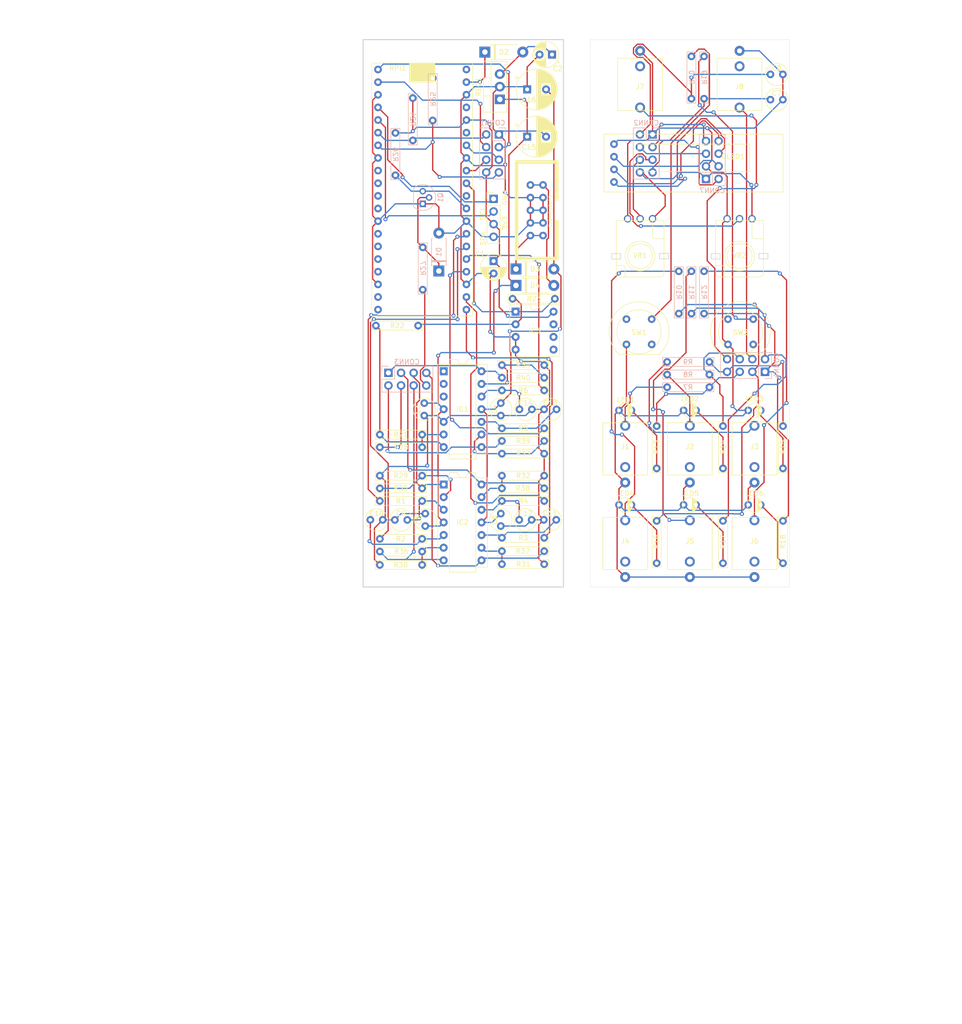
<source format=kicad_pcb>
(kicad_pcb (version 20221018) (generator pcbnew)
  (layers (0 "F.Cu" signal) (31 "B.Cu" signal) (34 "B.Paste" user) (35 "F.Paste" user) (36 "B.SilkS" user "B.Silkscreen") (37 "F.SilkS" user "F.Silkscreen") (38 "B.Mask" user) (39 "F.Mask" user) (44 "Edge.Cuts" user))
  (net 0 "")
  (net 1 "Earth")
  (net 2 "Net-(IC2A-+)")
  (net 3 "Net-(IC2B-+)")
  (net 4 "Net-(IC2C-+)")
  (net 5 "Net-(IC2D-+)")
  (net 6 "Net-(IC1C-+)")
  (net 7 "Net-(IC1D-+)")
  (net 8 "/GP2")
  (net 9 "/GP3")
  (net 10 "/GP6")
  (net 11 "/GP7")
  (net 12 "/GP8")
  (net 13 "/GP9")
  (net 14 "/GP10")
  (net 15 "/GP11")
  (net 16 "/GP12")
  (net 17 "/GP13")
  (net 18 "/GP14")
  (net 19 "/GP15")
  (net 20 "/GP16")
  (net 21 "/GP17")
  (net 22 "/GP18")
  (net 23 "/GP19")
  (net 24 "/GP20")
  (net 25 "/GP21")
  (net 26 "/GP22")
  (net 27 "/GP26")
  (net 28 "/GP27")
  (net 29 "/GP28")
  (net 30 "Net-(CONN7-Pin_2)")
  (net 32 "Net-(CONN7-Pin_4)")
  (net 33 "Net-(CONN7-Pin_6)")
  (net 34 "Net-(CONN7-Pin_8)")
  (net 35 "Net-(D1-K)")
  (net 37 "Net-(D2-K)")
  (net 38 "Net-(D3-K)")
  (net 39 "Net-(D4-A)")
  (net 42 "Net-(IC1B--)")
  (net 43 "Net-(R19-Pad2)")
  (net 44 "Net-(R20-Pad2)")
  (net 45 "Net-(IC1C--)")
  (net 46 "Net-(IC1D--)")
  (net 47 "Net-(IC1-Pad7)")
  (net 48 "Net-(IC2A--)")
  (net 49 "Net-(IC2B--)")
  (net 50 "Net-(IC2C--)")
  (net 51 "Net-(IC2D--)")
  (net 52 "Net-(IC3A--)")
  (net 54 "/GP0")
  (net 55 "/GP1")
  (net 58 "Net-(J1-T)")
  (net 60 "Net-(J2-T)")
  (net 62 "Net-(J3-T)")
  (net 64 "Net-(J4-T)")
  (net 66 "Net-(J5-T)")
  (net 68 "Net-(J6-T)")
  (net 71 "Net-(LED1-A)")
  (net 72 "Net-(LED2-A)")
  (net 73 "Net-(LED3-A)")
  (net 74 "Net-(LED4-A)")
  (net 75 "Net-(LED5-A)")
  (net 76 "Net-(LED6-A)")
  (net 77 "/BUTTON 2 J")
  (net 78 "/BUTTON 1 J")
  (net 79 "/BUTTON 1 P")
  (net 80 "/BUTTON 2 P")
  (net 81 "/OLED SDA J")
  (net 82 "/OLED SCL J")
  (net 83 "/KNOB 2 J")
  (net 84 "/OUTPUT 6 P")
  (net 85 "/OUTPUT 5 P")
  (net 86 "/OUTPUT 4 P")
  (net 87 "/ANALOGUE IN P")
  (net 88 "/OUTPUT 1 P")
  (net 89 "/OUTPUT 2 P")
  (net 90 "/OUTPUT 3 P")
  (net 91 "/DIGITAL IN P")
  (net 92 "/OUTPUT 6 J")
  (net 93 "/OUTPUT 5 J")
  (net 94 "/OUTPUT 4 J")
  (net 95 "/ANALOGUE IN J")
  (net 96 "/OUTPUT 1 J")
  (net 97 "/OUTPUT 2 J")
  (net 98 "/OUTPUT 3 J")
  (net 99 "/DIGITAL IN J")
  (net 100 "/+3.3V")
  (net 101 "/+5V")
  (net 102 "/+12V")
  (net 103 "/-12V")
  (net 104 "/+3.3V P")
  (net 105 "/EARTH J")
  (net 106 "/+3.3V J")
  (net 107 "/KNOB 1 J")
  (footprint "Eurorack:Resistor 0.25W Through-Hole" (layer "F.Cu") (at -13.545 100.11)
    (fp_text reference "R3")
    (fp_text value "1K")
  )
  (footprint "Eurorack:LED 3mm" (layer "F.Cu") (at 20 93.5)
    (fp_text reference "LED5")
    (fp_text value "LED")
  )
  (footprint "Eurorack:Potentiometer 9mm Vertical Linear Centred" (layer "F.Cu") (at 30 43.5 180)
    (fp_text reference "VR2")
    (fp_text value "KNOB 2")
    (fp_rect (start -5.7 0.55) (end -3.9 -0.55) (stroke (width 0.12)) (fill none) (layer "Edge.Cuts"))
    (fp_rect (start 3.9 0.5) (end 5.7 -0.6) (stroke (width 0.12)) (fill none) (layer "Edge.Cuts"))
  )
  (footprint "Eurorack:Capacitor Small Non-Polarised" (layer "F.Cu") (at -18.02 75.545 90)
    (fp_text reference "C4")
    (fp_text value "100nF")
  )
  (footprint "Eurorack:LED 3mm" (layer "F.Cu") (at 33 74.5)
    (fp_text reference "LED3")
    (fp_text value "LED")
  )
  (footprint "Eurorack:Capacitor Small Non-Polarised" (layer "F.Cu") (at 36.215 12.065)
    (fp_text reference "C7")
    (fp_text value "100nF")
  )
  (footprint "Eurorack:Resistor 0.25W Through-Hole" (layer "F.Cu") (at -13.545 92.71)
    (fp_text reference "R4")
    (fp_text value "1K")
  )
  (footprint "Eurorack:Thonkiconn Mono Jack" (layer "F.Cu") (at 20 102 90)
    (fp_text reference "J5")
    (fp_text value "Thonkiconn_Mono_Jack")
  )
  (footprint "Eurorack:Resistor 0.25W Through-Hole" (layer "F.Cu") (at -13.545 83.205)
    (fp_text reference "R33")
    (fp_text value "100K")
  )
  (footprint "Eurorack:Resistor 0.25W Through-Hole" (layer "F.Cu") (at -38.895 57.475)
    (fp_text reference "R22")
    (fp_text value "22K")
  )
  (footprint "Eurorack:Capacitor Small Non-Polarised" (layer "F.Cu") (at -44.27 96.5)
    (fp_text reference "C10")
    (fp_text value "100nF")
  )
  (footprint "Eurorack:Raspberry Pi Pico" (layer "F.Cu") (at -42.72 6)
    (fp_text reference "RPI1")
    (fp_text value "Raspberry_Pi_Pico")
  )
  (footprint "Eurorack:Eurorack Power Header Unlabeled" (layer "F.Cu") (at -10.795 34.29 -90)
    (fp_text reference "EuroPower1")
    (fp_text value "Eurorack Power")
  )
  (footprint "Eurorack:Thonkiconn Mono Jack" (layer "F.Cu") (at 7 83 90)
    (fp_text reference "J1")
    (fp_text value "Thonkiconn_Mono_Jack")
  )
  (footprint "Eurorack:DIP-8 IC Socket" (layer "F.Cu") (at -11.22 58.5)
    (fp_text reference "IC3")
    (fp_text value "MCP6002")
  )
  (footprint "Eurorack:Potentiometer 9mm Vertical Linear Centred" (layer "F.Cu") (at 10 43.5 180)
    (fp_text reference "VR1")
    (fp_text value "KNOB 1")
    (fp_rect (start -5.7 0.55) (end -3.9 -0.55) (stroke (width 0.12)) (fill none) (layer "Edge.Cuts"))
    (fp_rect (start 3.9 0.5) (end 5.7 -0.6) (stroke (width 0.12)) (fill none) (layer "Edge.Cuts"))
  )
  (footprint "Eurorack:Thonkiconn Mono Jack" (layer "F.Cu") (at 33 83 90)
    (fp_text reference "J3")
    (fp_text value "Thonkiconn_Mono_Jack")
  )
  (footprint "Eurorack:Resistor 0.25W Through-Hole" (layer "F.Cu") (at -38.1 100.33 180)
    (fp_text reference "R2")
    (fp_text value "1K")
  )
  (footprint "Eurorack:Resistor 0.25W Through-Hole" (layer "F.Cu") (at -38.1 105.56 180)
    (fp_text reference "R30")
    (fp_text value "100K")
  )
  (footprint "Eurorack:Resistor 0.25W Through-Hole" (layer "F.Cu") (at -38.1 79.375 180)
    (fp_text reference "R21")
    (fp_text value "22K")
  )
  (footprint "Eurorack:Resistor 0.25W Through-Hole" (layer "F.Cu") (at -13.545 80.645)
    (fp_text reference "R39")
    (fp_text value "220K")
  )
  (footprint "Eurorack:DIP-14 IC Socket" (layer "F.Cu") (at -25.72 97)
    (fp_text reference "IC2")
    (fp_text value "TL074")
  )
  (footprint "Eurorack:Schottky Diode" (layer "F.Cu") (at -14.97 49.4)
    (fp_text reference "D4")
    (fp_text value "type=\"D\" model=\"DIODE\" lib=\"\"")
  )
  (footprint "Eurorack:Resistor 0.25W Through-Hole" (layer "F.Cu") (at -13.545 90.17 180)
    (fp_text reference "R38")
    (fp_text value "220K")
  )
  (footprint "Eurorack:Capacitor Small Non-Polarised" (layer "F.Cu") (at -6.82 74.295 180)
    (fp_text reference "C13")
    (fp_text value "100nF")
  )
  (footprint "Eurorack:Resistor 0.25W Through-Hole" (layer "F.Cu") (at 26.67 81.915 90)
    (fp_text reference "R14")
    (fp_text value "4K7")
  )
  (footprint "Eurorack:Resistor 0.25W Through-Hole" (layer "F.Cu") (at -13.545 65.405)
    (fp_text reference "R34")
    (fp_text value "100K")
  )
  (footprint "Package_TO_SOT_THT:TO-220-3_Vertical" (layer "F.Cu") (at -18.22 12 90)
    (fp_text reference "REG1")
    (fp_text value "L7805")
  )
  (footprint "Eurorack:Resistor 0.25W Through-Hole" (layer "F.Cu") (at -38.1 102.87)
    (fp_text reference "R36")
    (fp_text value "220K")
  )
  (footprint "Eurorack:Resistor 0.25W Through-Hole" (layer "F.Cu") (at -38.1 87.63 180)
    (fp_text reference "R29")
    (fp_text value "100K")
  )
  (footprint "Capacitor_THT:CP_Radial_D5.0mm_P2.50mm" (layer "F.Cu") (at -7.72 3 180)
    (fp_text reference "C2")
    (fp_text value "1uF")
  )
  (footprint "Eurorack:Capacitor Small Non-Polarised" (layer "F.Cu") (at -33.22 97.75 90)
    (fp_text reference "C5")
    (fp_text value "100nF")
  )
  (footprint "Eurorack:Capacitor Small Non-Polarised" (layer "F.Cu") (at -36.83 96.52 180)
    (fp_text reference "C9")
    (fp_text value "100nF")
  )
  (footprint "Eurorack:LED 3mm" (layer "F.Cu") (at 7 74.5)
    (fp_text reference "LED1")
    (fp_text value "LED")
  )
  (footprint "Eurorack:Resistor 0.25W Through-Hole" (layer "F.Cu") (at -13.545 70.485)
    (fp_text reference "R6")
    (fp_text value "1K")
  )
  (footprint "Eurorack:Resistor 0.25W Through-Hole" (layer "F.Cu") (at 38.735 81.915 90)
    (fp_text reference "R15")
    (fp_text value "4K7")
  )
  (footprint "Capacitor_THT:CP_Radial_D5.0mm_P2.50mm" (layer "F.Cu") (at -19.47 44.5 -90)
    (fp_text reference "C1")
    (fp_text value "1uF")
  )
  (footprint "Eurorack:Resistor 0.25W Through-Hole" (layer "F.Cu") (at -38.1 81.915)
    (fp_text reference "R28")
    (fp_text value "100K")
  )
  (footprint "Eurorack:Capacitor Small Non-Polarised" (layer "F.Cu") (at -18.02 97.75 90)
    (fp_text reference "C6")
    (fp_text value "100nF")
  )
  (footprint "Eurorack:Capacitor Small Non-Polarised" (layer "F.Cu") (at 36.215 6.985)
    (fp_text reference "C8")
    (fp_text value "100nF")
  )
  (footprint "Eurorack:Resistor 0.25W Through-Hole" (layer "F.Cu") (at -13.545 87.63)
    (fp_text reference "R32")
    (fp_text value "100K")
  )
  (footprint "Eurorack:LED 3mm" (layer "F.Cu") (at 33 93.5)
    (fp_text reference "LED6")
    (fp_text value "LED")
  )
  (footprint "Eurorack:Thonkiconn Mono Jack" (layer "F.Cu") (at 10 8.25 -90)
    (fp_text reference "J7")
    (fp_text value "Thonkiconn_Mono_Jack")
  )
  (footprint "Eurorack:Resistor 0.25W Through-Hole" (layer "F.Cu") (at -13.545 105.41)
    (fp_text reference "R31")
    (fp_text value "100K")
  )
  (footprint "Eurorack:Schottky Diode" (layer "F.Cu") (at -21.22 2.5)
    (fp_text reference "D2")
    (fp_text value "type=\"D\" model=\"DIODE\" lib=\"\"")
  )
  (footprint "Eurorack:Capacitor Small Non-Polarised" (layer "F.Cu") (at -14.27 74.295)
    (fp_text reference "C14")
    (fp_text value "100nF")
  )
  (footprint "Eurorack:OLED SSD1306 0.91" (layer "F.Cu") (at 4.75 21)
    (fp_text reference "OLED1")
    (fp_text value "OLED SSD1306_0.91\"")
  )
  (footprint "Eurorack:Resistor 0.25W Through-Hole" (layer "F.Cu") (at -13.545 67.945)
    (fp_text reference "R40")
    (fp_text value "220K")
  )
  (footprint "Eurorack:LED 3mm" (layer "F.Cu") (at 7 93.5)
    (fp_text reference "LED4")
    (fp_text value "LED")
  )
  (footprint "Eurorack:Capacitor Small Non-Polarised" (layer "F.Cu") (at -33.42 73.05 -90)
    (fp_text reference "C3")
    (fp_text value "100nF")
  )
  (footprint "Eurorack:Resistor 0.25W Through-Hole" (layer "F.Cu") (at -13.545 78.105)
    (fp_text reference "R5")
    (fp_text value "1K")
  )
  (footprint "Eurorack:LED 3mm" (layer "F.Cu") (at 20 74.5)
    (fp_text reference "LED2")
    (fp_text value "LED")
  )
  (footprint "Capacitor_THT:CP_Radial_D8.0mm_P3.80mm" (layer "F.Cu") (at -12.72 10)
    (fp_text reference "C16")
    (fp_text value "10uF")
  )
  (footprint "Eurorack:Schottky Diode" (layer "F.Cu") (at -14.97 46.1)
    (fp_text reference "D3")
    (fp_text value "type=\"D\" model=\"DIODE\" lib=\"\"")
  )
  (footprint "Eurorack:Switch Tactile Momentary C&K" (layer "F.Cu") (at 27.67 61.25)
    (fp_text reference "SW2")
    (fp_text value "SW_Push")
  )
  (footprint "Capacitor_THT:CP_Radial_D8.0mm_P3.80mm" (layer "F.Cu") (at -12.72 19.5)
    (fp_text reference "C15")
    (fp_text value "10uF")
  )
  (footprint "Eurorack:Resistor 0.25W Through-Hole" (layer "F.Cu") (at 26.67 100.965 90)
    (fp_text reference "R17")
    (fp_text value "4K7")
  )
  (footprint "Connector_PinHeader_2.54mm:PinHeader_1x04_P2.54mm_Vertical" (layer "F.Cu") (at -19.47 32)
    (fp_text reference "CONN5" hide)
    (fp_text value "Conn_01x04_Male")
  )
  (footprint "Eurorack:Switch Tactile Momentary C&K" (layer "F.Cu") (at 7.25 61.25)
    (fp_text reference "SW1")
    (fp_text value "SW_Push")
  )
  (footprint "Eurorack:DIP-14 IC Socket" (layer "F.Cu") (at -25.72 74.25)
    (fp_text reference "IC1")
    (fp_text value "TL074")
  )
  (footprint "Eurorack:Capacitor Small Non-Polarised" (layer "F.Cu") (at -14.32 96.5)
    (fp_text reference "C12")
    (fp_text value "100nF")
  )
  (footprint "Eurorack:Resistor 0.25W Through-Hole" (layer "F.Cu") (at 13.335 100.965 90)
    (fp_text reference "R16")
    (fp_text value "4K7")
  )
  (footprint "Eurorack:Thonkiconn Mono Jack" (layer "F.Cu") (at 33 102 90)
    (fp_text reference "J6")
    (fp_text value "Thonkiconn_Mono_Jack")
  )
  (footprint "Eurorack:Resistor 0.25W Through-Hole" (layer "F.Cu") (at -38.1 92.71 180)
    (fp_text reference "R1")
    (fp_text value "1K")
  )
  (footprint "Eurorack:Resistor 0.25W Through-Hole" (layer "F.Cu") (at -11.395 52.075)
    (fp_text reference "R23")
    (fp_text value "22K")
  )
  (footprint "Eurorack:Resistor 0.25W Through-Hole" (layer "F.Cu") (at 13.335 81.915 90)
    (fp_text reference "R13")
    (fp_text value "4K7")
  )
  (footprint "Eurorack:Thonkiconn Mono Jack" (layer "F.Cu") (at 7 102 90)
    (fp_text reference "J4")
    (fp_text value "Thonkiconn_Mono_Jack")
  )
  (footprint "Eurorack:Thonkiconn Mono Jack" (layer "F.Cu") (at 30 8.25 -90)
    (fp_text reference "J8")
    (fp_text value "Thonkiconn_Mono_Jack")
  )
  (footprint "Eurorack:Resistor 0.25W Through-Hole" (layer "F.Cu") (at -13.545 102.795 180)
    (fp_text reference "R37")
    (fp_text value "220K")
  )
  (footprint "Eurorack:Resistor 0.25W Through-Hole" (layer "F.Cu") (at 38.735 100.965 90)
    (fp_text reference "R18")
    (fp_text value "4K7")
  )
  (footprint "Eurorack:Resistor 0.25W Through-Hole" (layer "F.Cu") (at -38.1 90.17 180)
    (fp_text reference "R35")
    (fp_text value "220K")
  )
  (footprint "Eurorack:Capacitor Small Non-Polarised" (layer "F.Cu") (at -6.87 96.5 180)
    (fp_text reference "C11")
    (fp_text value "100nF")
  )
  (footprint "Eurorack:Thonkiconn Mono Jack" (layer "F.Cu") (at 20 83 90)
    (fp_text reference "J2")
    (fp_text value "Thonkiconn_Mono_Jack")
  )
  (footprint "Connector_PinHeader_2.54mm:PinHeader_2x04_P2.54mm_Vertical" (layer "B.Cu") (at 35.12 66.75 90)
    (fp_text reference "CONN4")
    (fp_text value "Conn_02x04_Counter_Clockwise")
  )
  (footprint "Eurorack:Resistor 0.25W Through-Hole" (layer "B.Cu") (at -33.72 46 90)
    (fp_text reference "R27")
    (fp_text value "100K")
  )
  (footprint "Eurorack:Schottky Diode" (layer "B.Cu") (at -30.48 46.5 90)
    (fp_text reference "D1")
    (fp_text value "type=\"D\" model=\"DIODE\" lib=\"\"")
  )
  (footprint "Connector_PinHeader_2.54mm:PinHeader_2x04_P2.54mm_Vertical" (layer "B.Cu") (at 23.25 28)
    (fp_text reference "CONN7")
    (fp_text value "Conn_02x04_Counter_Clockwise")
  )
  (footprint "Connector_PinHeader_2.54mm:PinHeader_2x04_P2.54mm_Vertical" (layer "B.Cu") (at -40.63 66.96 -90)
    (fp_text reference "CONN3")
    (fp_text value "Conn_02x04_Counter_Clockwise")
  )
  (footprint "Eurorack:Resistor 0.25W Through-Hole" (layer "B.Cu") (at 20.32 50.8 90)
    (fp_text reference "R11")
    (fp_text value "1K")
  )
  (footprint "Package_TO_SOT_THT:TO-92" (layer "B.Cu") (at -33.72 33 90)
    (fp_text reference "Q1")
    (fp_text value "2N2222")
  )
  (footprint "Connector_PinHeader_2.54mm:PinHeader_2x04_P2.54mm_Vertical" (layer "B.Cu") (at -18.41 19.06 180)
    (fp_text reference "CONN1")
    (fp_text value "Conn_02x04_Counter_Clockwise")
  )
  (footprint "Eurorack:Resistor 0.25W Through-Hole" (layer "B.Cu") (at -35.72 16 90)
    (fp_text reference "R24")
    (fp_text value "10K")
  )
  (footprint "Eurorack:Resistor 0.25W Through-Hole" (layer "B.Cu") (at 22.86 50.8 90)
    (fp_text reference "R12")
    (fp_text value "1K")
  )
  (footprint "Eurorack:Resistor 0.25W Through-Hole" (layer "B.Cu") (at 19.685 64.77 180)
    (fp_text reference "R9")
    (fp_text value "1K")
  )
  (footprint "Eurorack:Resistor 0.25W Through-Hole" (layer "B.Cu") (at -39.22 23 -90)
    (fp_text reference "R26")
    (fp_text value "10K")
  )
  (footprint "Eurorack:Resistor 0.25W Through-Hole" (layer "B.Cu") (at 20.32 7.62 90)
    (fp_text reference "R20")
    (fp_text value "1K")
  )
  (footprint "Eurorack:Resistor 0.25W Through-Hole" (layer "B.Cu") (at 22.86 7.62 90)
    (fp_text reference "R19")
    (fp_text value "1K")
  )
  (footprint "Eurorack:Resistor 0.25W Through-Hole" (layer "B.Cu") (at 19.685 69.85 180)
    (fp_text reference "R7")
    (fp_text value "1K")
  )
  (footprint "Eurorack:Resistor 0.25W Through-Hole" (layer "B.Cu") (at 17.78 50.8 90)
    (fp_text reference "R10")
    (fp_text value "1K")
  )
  (footprint "Eurorack:Resistor 0.25W Through-Hole" (layer "B.Cu") (at 19.685 67.31 180)
    (fp_text reference "R8")
    (fp_text value "1K")
  )
  (footprint "Connector_PinHeader_2.54mm:PinHeader_2x04_P2.54mm_Vertical" (layer "B.Cu") (at 12.5 19.06 180)
    (fp_text reference "CONN2")
    (fp_text value "Conn_02x04_Counter_Clockwise")
  )
  (footprint "Eurorack:Resistor 0.25W Through-Hole" (layer "B.Cu") (at -31.72 12 90)
    (fp_text reference "R25")
    (fp_text value "10K")
  )
  (gr_rect (start -45.72 0) (end -5.42 110) (stroke (width 0.2)) (fill none) (layer "Edge.Cuts"))
  (gr_rect (start 0 0) (end 40 110) (stroke (width 0.05)) (fill none) (layer "Edge.Cuts"))
  (gr_text "SDA" (at -21.59 40.005 90) (layer "F.SilkS") (effects (font (size 1 1))))
  (gr_text "SCL\n" (at -21.59 34.925 90) (layer "F.SilkS") (effects (font (size 1 1))))
  (gr_text "GND" (at -17.145 31.75 90) (layer "F.SilkS") (effects (font (size 1 1))))
  (gr_text "3V3" (at -17.145 36.83 90) (layer "F.SilkS") (effects (font (size 1 1))))
  (segment (start -12.065 34.29) (end -12.065 36.83) (width 0.25) (layer "F.Cu") (net 1))
  (segment (start -8.208489 66.491511) (end -9.295 65.405) (width 0.25) (layer "F.Cu") (net 1))
  (segment (start -17.12 25.1) (end -17.12 20.35) (width 0.25) (layer "F.Cu") (net 1))
  (segment (start -42.72 36.48) (end -43.806511 37.566511) (width 0.25) (layer "F.Cu") (net 1))
  (segment (start -8.208489 73.183489) (end -8.208489 66.491511) (width 0.25) (layer "F.Cu") (net 1))
  (segment (start -17.12 30.699011) (end -17.119011 30.7) (width 0.25) (layer "F.Cu") (net 1))
  (segment (start -26.026511 24.866511) (end -24.94 23.78) (width 0.25) (layer "F.Cu") (net 1))
  (segment (start -9.32 74.295) (end -8.208489 73.183489) (width 0.25) (layer "F.Cu") (net 1))
  (segment (start -26.026511 12.166511) (end -24.94 11.08) (width 0.25) (layer "F.Cu") (net 1))
  (segment (start -41.263489 95.993489) (end -41.263489 88.716511) (width 0.25) (layer "F.Cu") (net 1))
  (segment (start -9.295 83.205) (end -10.381511 82.118489) (width 0.25) (layer "F.Cu") (net 1))
  (segment (start -41.263489 88.716511) (end -42.35 87.63) (width 0.25) (layer "F.Cu") (net 1))
  (segment (start -42.72 11.08) (end -43.806511 12.166511) (width 0.25) (layer "F.Cu") (net 1))
  (segment (start -12.065 31.75) (end -12.065 34.29) (width 0.25) (layer "F.Cu") (net 1))
  (segment (start -19.544511 10.722989) (end -18.281522 9.46) (width 0.25) (layer "F.Cu") (net 1))
  (segment (start -10.381511 97.511511) (end -9.37 96.5) (width 0.25) (layer "F.Cu") (net 1))
  (segment (start -32.82 85.6) (end -32.763489 85.543489) (width 0.25) (layer "F.Cu") (net 1))
  (segment (start -9.525 34.29) (end -9.525 31.75) (width 0.25) (layer "F.Cu") (net 1))
  (segment (start -18.281522 9.46) (end -18.22 9.46) (width 0.25) (layer "F.Cu") (net 1))
  (segment (start -12.72 10) (end -12.72 5.5) (width 0.25) (layer "F.Cu") (net 1))
  (segment (start -19.47 47) (end -20.1445 47.6745) (width 0.25) (layer "F.Cu") (net 1))
  (segment (start -43.806511 35.393489) (end -42.72 36.48) (width 0.25) (layer "F.Cu") (net 1))
  (segment (start -15.04 59.75) (end -15.04 62.29) (width 0.25) (layer "F.Cu") (net 1))
  (segment (start -42.35 105.56) (end -43.436511 104.473489) (width 0.25) (layer "F.Cu") (net 1))
  (segment (start -10.381511 75.356511) (end -9.32 74.295) (width 0.25) (layer "F.Cu") (net 1))
  (segment (start -24.94 23.78) (end -26.026511 22.693489) (width 0.25) (layer "F.Cu") (net 1))
  (segment (start -30.48 38.88) (end -30.48 33.64) (width 0.25) (layer "F.Cu") (net 1))
  (segment (start -9.37 96.5) (end -10.381511 95.488489) (width 0.25) (layer "F.Cu") (net 1))
  (segment (start -43.436511 98.166511) (end -41.77 96.5) (width 0.25) (layer "F.Cu") (net 1))
  (segment (start -9.525 36.83) (end -9.525 34.29) (width 0.25) (layer "F.Cu") (net 1))
  (segment (start -43.806511 48.093489) (end -42.72 49.18) (width 0.25) (layer "F.Cu") (net 1))
  (segment (start -9.295 105.41) (end -10.381511 104.323489) (width 0.25) (layer "F.Cu") (net 1))
  (segment (start -42.72 23.78) (end -43.806511 24.866511) (width 0.25) (layer "F.Cu") (net 1))
  (segment (start -32.763489 76.206511) (end -33.42 75.55) (width 0.25) (layer "F.Cu") (net 1))
  (segment (start -30.48 33.64) (end -31.12 33) (width 0.25) (layer "F.Cu") (net 1))
  (segment (start -24.94 49.18) (end -26.026511 48.093489) (width 0.25) (layer "F.Cu") (net 1))
  (segment (start -32.763489 85.543489) (end -32.763489 76.206511) (width 0.25) (layer "F.Cu") (net 1))
  (segment (start -15.04 63.5605) (end -15.04 62.29) (width 0.25) (layer "F.Cu") (net 1))
  (segment (start -19.544511 17.925489) (end -19.544511 10.722989) (width 0.25) (layer "F.Cu") (net 1))
  (segment (start -31.12 33) (end -33.72 33) (width 0.25) (layer "F.Cu") (net 1))
  (segment (start -24.94 36.48) (end -26.026511 35.393489) (width 0.25) (layer "F.Cu") (net 1))
  (segment (start -43.806511 12.166511) (end -43.806511 22.693489) (width 0.25) (layer "F.Cu") (net 1))
  (segment (start -43.806511 37.566511) (end -43.806511 48.093489) (width 0.25) (layer "F.Cu") (net 1))
  (segment (start -43.806511 24.866511) (end -43.806511 35.393489) (width 0.25) (layer "F.Cu") (net 1))
  (segment (start -26.026511 35.393489) (end -26.026511 24.866511) (width 0.25) (layer "F.Cu") (net 1))
  (segment (start -12.72 5.5) (end -10.22 3) (width 0.25) (layer "F.Cu") (net 1))
  (segment (start -13.92 64.6805) (end -15.04 63.5605) (width 0.25) (layer "F.Cu") (net 1))
  (segment (start -26.026511 48.093489) (end -26.026511 37.566511) (width 0.25) (layer "F.Cu") (net 1))
  (segment (start -26.026511 22.693489) (end -26.026511 12.166511) (width 0.25) (layer "F.Cu") (net 1))
  (segment (start -43.806511 22.693489) (end -42.72 23.78) (width 0.25) (layer "F.Cu") (net 1))
  (segment (start -9.295 87.63) (end -9.295 83.205) (width 0.25) (layer "F.Cu") (net 1))
  (segment (start -26.026511 37.566511) (end -24.94 36.48) (width 0.25) (layer "F.Cu") (net 1))
  (segment (start -17.12 20.35) (end -18.41 19.06) (width 0.25) (layer "F.Cu") (net 1))
  (segment (start -10.381511 95.488489) (end -10.381511 88.716511) (width 0.25) (layer "F.Cu") (net 1))
  (segment (start -18.41 19.06) (end -19.544511 17.925489) (width 0.25) (layer "F.Cu") (net 1))
  (segment (start -10.381511 82.118489) (end -10.381511 75.356511) (width 0.25) (layer "F.Cu") (net 1))
  (segment (start -43.436511 104.473489) (end -43.436511 98.166511) (width 0.25) (layer "F.Cu") (net 1))
  (segment (start -41.77 96.5) (end -41.263489 95.993489) (width 0.25) (layer "F.Cu") (net 1))
  (segment (start -10.381511 104.323489) (end -10.381511 97.511511) (width 0.25) (layer "F.Cu") (net 1))
  (segment (start -10.381511 88.716511) (end -9.295 87.63) (width 0.25) (layer "F.Cu") (net 1))
  (segment (start -20.1445 47.6745) (end -20.1445 58.7) (width 0.25) (layer "F.Cu") (net 1))
  (segment (start -17.12 25.1) (end -17.12 30.699011) (width 0.25) (layer "F.Cu") (net 1))
  (via (at -17.12 25.1) (size 0.8) (drill 0.4) (layers "F.Cu" "B.Cu") (net 1))
  (via (at -17.119011 30.7) (size 0.8) (drill 0.4) (layers "F.Cu" "B.Cu") (net 1))
  (via (at -13.92 64.6805) (size 0.8) (drill 0.4) (layers "F.Cu" "B.Cu") (net 1))
  (via (at -32.82 85.6) (size 0.8) (drill 0.4) (layers "F.Cu" "B.Cu") (net 1))
  (via (at -20.1445 58.7) (size 0.8) (drill 0.4) (layers "F.Cu" "B.Cu") (net 1))
  (segment (start -9.295 65.405) (end -10.0195 64.6805) (width 0.25) (layer "B.Cu") (net 1))
  (segment (start -33.72 33) (end -39.24 33) (width 0.25) (layer "B.Cu") (net 1))
  (segment (start -12.065 36.83) (end -9.525 36.83) (width 0.25) (layer "B.Cu") (net 1))
  (segment (start -19.0945 59.75) (end -15.04 59.75) (width 0.25) (layer "B.Cu") (net 1))
  (segment (start -13.02 75.545) (end -11.77 74.295) (width 0.25) (layer "B.Cu") (net 1))
  (segment (start -40.495489 85.775489) (end -32.995489 85.775489) (width 0.25) (layer "B.Cu") (net 1))
  (segment (start -10.0195 64.6805) (end -13.92 64.6805) (width 0.25) (layer "B.Cu") (net 1))
  (segment (start -41.75 96.52) (end -41.77 96.5) (width 0.25) (layer "B.Cu") (net 1))
  (segment (start -11.77 74.295) (end -9.32 74.295) (width 0.25) (layer "B.Cu") (net 1))
  (segment (start -18.41 19.06) (end -17.725489 18.375489) (width 0.25) (layer "B.Cu") (net 1))
  (segment (start -18.02 75.545) (end -13.02 75.545) (width 0.25) (layer "B.Cu") (net 1))
  (segment (start -16.069011 31.75) (end -12.065 31.75) (width 0.25) (layer "B.Cu") (net 1))
  (segment (start -22.76 47) (end -24.94 49.18) (width 0.25) (layer "B.Cu") (net 1))
  (segment (start -18.22 9.46) (end -23.32 9.46) (width 0.25) (layer "B.Cu") (net 1))
  (segment (start -17.334511 25.314511) (end -17.12 25.1) (width 0.25) (layer "B.Cu") (net 1))
  (segment (start -19.47 47) (end -22.76 47) (width 0.25) (layer "B.Cu") (net 1))
  (segment (start -14.855 39.62) (end -12.065 36.83) (width 0.25) (layer "B.Cu") (net 1))
  (segment (start -30.78 75.55) (end -29.52 76.81) (width 0.25) (layer "B.Cu") (net 1))
  (segment (start -23.32 9.46) (end -24.94 11.08) (width 0.25) (layer "B.Cu") (net 1))
  (segment (start -20.1445 58.7) (end -19.0945 59.75) (width 0.25) (layer "B.Cu") (net 1))
  (segment (start -10.044511 18.375489) (end -8.92 19.5) (width 0.25) (layer "B.Cu") (net 1))
  (segment (start -24.94 23.78) (end -23.405489 25.314511) (width 0.25) (layer "B.Cu") (net 1))
  (segment (start -13.26 9.46) (end -12.72 10) (width 0.25) (layer "B.Cu") (net 1))
  (segment (start -12.065 31.75) (end -9.525 31.75) (width 0.25) (layer "B.Cu") (net 1))
  (segment (start -42.35 87.63) (end -40.495489 85.775489) (width 0.25) (layer "B.Cu") (net 1))
  (segment (start -39.24 33) (end -42.72 36.48) (width 0.25) (layer "B.Cu") (net 1))
  (segment (start -29.52 76.81) (end -28.255 75.545) (width 0.25) (layer "B.Cu") (net 1))
  (segment (start -33.22 95.25) (end -38.06 95.25) (width 0.25) (layer "B.Cu") (net 1))
  (segment (start -17.725489 18.375489) (end -10.044511 18.375489) (width 0.25) (layer "B.Cu") (net 1))
  (segment (start -27.34 38.88) (end -24.94 36.48) (width 0.25) (layer "B.Cu") (net 1))
  (segment (start -38.06 95.25) (end -39.33 96.52) (width 0.25) (layer "B.Cu") (net 1))
  (segment (start -19.47 39.62) (end -21.8 39.62) (width 0.25) (layer "B.Cu") (net 1))
  (segment (start -19.47 39.62) (end -14.855 39.62) (width 0.25) (layer "B.Cu") (net 1))
  (segment (start -39.33 96.52) (end -41.75 96.52) (width 0.25) (layer "B.Cu") (net 1))
  (segment (start -9.525 34.29) (end -12.065 34.29) (width 0.25) (layer "B.Cu") (net 1))
  (segment (start -21.8 39.62) (end -24.94 36.48) (width 0.25) (layer "B.Cu") (net 1))
  (segment (start -23.405489 25.314511) (end -17.334511 25.314511) (width 0.25) (layer "B.Cu") (net 1))
  (segment (start -28.255 75.545) (end -18.02 75.545) (width 0.25) (layer "B.Cu") (net 1))
  (segment (start -18.02 97.75) (end -13.07 97.75) (width 0.25) (layer "B.Cu") (net 1))
  (segment (start -30.48 38.88) (end -27.34 38.88) (width 0.25) (layer "B.Cu") (net 1))
  (segment (start -18.22 9.46) (end -13.26 9.46) (width 0.25) (layer "B.Cu") (net 1))
  (segment (start -11.82 96.5) (end -9.37 96.5) (width 0.25) (layer "B.Cu") (net 1))
  (segment (start -13.07 97.75) (end -11.82 96.5) (width 0.25) (layer "B.Cu") (net 1))
  (segment (start -33.42 75.55) (end -30.78 75.55) (width 0.25) (layer "B.Cu") (net 1))
  (segment (start -32.995489 85.775489) (end -32.82 85.6) (width 0.25) (layer "B.Cu") (net 1))
  (segment (start -17.119011 30.7) (end -16.069011 31.75) (width 0.25) (layer "B.Cu") (net 1))
  (segment (start -34.42 93.28) (end -34.42 96.2) (width 0.25) (layer "F.Cu") (net 2))
  (segment (start -33.85 92.71) (end -34.42 93.28) (width 0.25) (layer "F.Cu") (net 2))
  (via (at -34.42 96.2) (size 0.8) (drill 0.4) (layers "F.Cu" "B.Cu") (net 2))
  (segment (start -34.74 96.52) (end -36.83 96.52) (width 0.25) (layer "B.Cu") (net 2))
  (segment (start -34.42 96.2) (end -34.74 96.52) (width 0.25) (layer "B.Cu") (net 2))
  (segment (start -31.29 92.71) (end -29.52 94.48) (width 0.25) (layer "B.Cu") (net 2))
  (segment (start -33.85 92.71) (end -31.29 92.71) (width 0.25) (layer "B.Cu") (net 2))
  (segment (start -44.42 100.8) (end -44.27 100.65) (width 0.25) (layer "F.Cu") (net 3))
  (segment (start -44.27 100.65) (end -44.27 96.5) (width 0.25) (layer "F.Cu") (net 3))
  (via (at -44.42 100.8) (size 0.8) (drill 0.4) (layers "F.Cu" "B.Cu") (net 3))
  (segment (start -30.29 100.33) (end -29.52 99.56) (width 0.25) (layer "B.Cu") (net 3))
  (segment (start -34.936511 101.416511) (end -43.803489 101.416511) (width 0.25) (layer "B.Cu") (net 3))
  (segment (start -33.85 100.33) (end -30.29 100.33) (width 0.25) (layer "B.Cu") (net 3))
  (segment (start -43.803489 101.416511) (end -44.42 100.8) (width 0.25) (layer "B.Cu") (net 3))
  (segment (start -33.85 100.33) (end -34.936511 101.416511) (width 0.25) (layer "B.Cu") (net 3))
  (segment (start -9.393489 99.023489) (end -6.87 96.5) (width 0.25) (layer "B.Cu") (net 4))
  (segment (start -16.708489 99.023489) (end -9.393489 99.023489) (width 0.25) (layer "B.Cu") (net 4))
  (segment (start -21.9 99.56) (end -18.345 99.56) (width 0.25) (layer "B.Cu") (net 4))
  (segment (start -18.345 99.56) (end -17.795 100.11) (width 0.25) (layer "B.Cu") (net 4))
  (segment (start -17.795 100.11) (end -16.708489 99.023489) (width 0.25) (layer "B.Cu") (net 4))
  (segment (start -14.32 93.3) (end -14.72 92.9) (width 0.25) (layer "F.Cu") (net 5))
  (segment (start -14.32 96.5) (end -14.32 93.3) (width 0.25) (layer "F.Cu") (net 5))
  (via (at -14.72 92.9) (size 0.8) (drill 0.4) (layers "F.Cu" "B.Cu") (net 5))
  (segment (start -21.9 94.48) (end -19.565 94.48) (width 0.25) (layer "B.Cu") (net 5))
  (segment (start -19.565 94.48) (end -17.795 92.71) (width 0.25) (layer "B.Cu") (net 5))
  (segment (start -14.72 92.9) (end -14.91 92.71) (width 0.25) (layer "B.Cu") (net 5))
  (segment (start -14.91 92.71) (end -17.795 92.71) (width 0.25) (layer "B.Cu") (net 5))
  (segment (start -6.82 74.295) (end -7.02156 74.295) (width 0.25) (layer "B.Cu") (net 6))
  (segment (start -10.83156 78.105) (end -17.795 78.105) (width 0.25) (layer "B.Cu") (net 6))
  (segment (start -19.09 76.81) (end -17.795 78.105) (width 0.25) (layer "B.Cu") (net 6))
  (segment (start -21.9 76.81) (end -19.09 76.81) (width 0.25) (layer "B.Cu") (net 6))
  (segment (start -7.02156 74.295) (end -10.83156 78.105) (width 0.25) (layer "B.Cu") (net 6))
  (segment (start -14.32 71.2) (end -14.27 71.25) (width 0.25) (layer "F.Cu") (net 7))
  (segment (start -14.27 71.25) (end -14.27 74.295) (width 0.25) (layer "F.Cu") (net 7))
  (via (at -14.32 71.2) (size 0.8) (drill 0.4) (layers "F.Cu" "B.Cu") (net 7))
  (segment (start -15.035 70.485) (end -14.32 71.2) (width 0.25) (layer "B.Cu") (net 7))
  (segment (start -17.795 70.485) (end -20.655 70.485) (width 0.25) (layer "B.Cu") (net 7))
  (segment (start -17.795 70.485) (end -15.035 70.485) (width 0.25) (layer "B.Cu") (net 7))
  (segment (start -20.655 70.485) (end -21.9 71.73) (width 0.25) (layer "B.Cu") (net 7))
  (segment (start -40.77048 24.14952) (end -37.782701 27.137299) (width 0.25) (layer "F.Cu") (net 8))
  (segment (start -40.77048 15.56952) (end -40.77048 24.14952) (width 0.25) (layer "F.Cu") (net 8))
  (segment (start -37.782701 27.137299) (end -37.782701 27.662701) (width 0.25) (layer "F.Cu") (net 8))
  (segment (start -42.72 13.62) (end -40.77048 15.56952) (width 0.25) (layer "F.Cu") (net 8))
  (via (at -37.782701 27.662701) (size 0.8) (drill 0.4) (layers "F.Cu" "B.Cu") (net 8))
  (segment (start -25.27656 32.6) (end -20.07 32.6) (width 0.25) (layer "B.Cu") (net 8))
  (segment (start -35.959913 29.485489) (end -28.391071 29.485489) (width 0.25) (layer "B.Cu") (net 8))
  (segment (start -37.782701 27.662701) (end -35.959913 29.485489) (width 0.25) (layer "B.Cu") (net 8))
  (segment (start -20.07 32.6) (end -19.47 32) (width 0.25) (layer "B.Cu") (net 8))
  (segment (start -28.391071 29.485489) (end -25.27656 32.6) (width 0.25) (layer "B.Cu") (net 8))
  (segment (start -42.72 16.16) (end -41.22 17.66) (width 0.25) (layer "F.Cu") (net 9))
  (segment (start -41.22 17.66) (end -41.22 36.1) (width 0.25) (layer "F.Cu") (net 9))
  (via (at -41.22 36.1) (size 0.8) (drill 0.4) (layers "F.Cu" "B.Cu") (net 9))
  (segment (start -41.22 36.1) (end -40.513489 35.393489) (width 0.25) (layer "B.Cu") (net 9))
  (segment (start -40.513489 35.393489) (end -20.323489 35.393489) (width 0.25) (layer "B.Cu") (net 9))
  (segment (start -20.323489 35.393489) (end -19.47 34.54) (width 0.25) (layer "B.Cu") (net 9))
  (segment (start -23.62 63.9) (end -24.94 62.58) (width 0.25) (layer "F.Cu") (net 20))
  (segment (start -7.72 64.9) (end -8.42 64.2) (width 0.25) (layer "F.Cu") (net 20))
  (segment (start -9.295 100.11) (end -8.208489 99.023489) (width 0.25) (layer "F.Cu") (net 20))
  (segment (start -24.94 62.58) (end -24.94 54.26) (width 0.25) (layer "F.Cu") (net 20))
  (segment (start -8.208489 99.023489) (end -8.208489 73.819207) (width 0.25) (layer "F.Cu") (net 20))
  (segment (start -7.72 73.330718) (end -7.72 64.9) (width 0.25) (layer "F.Cu") (net 20))
  (segment (start -8.208489 73.819207) (end -7.72 73.330718) (width 0.25) (layer "F.Cu") (net 20))
  (via (at -8.42 64.2) (size 0.8) (drill 0.4) (layers "F.Cu" "B.Cu") (net 20))
  (via (at -23.62 63.9) (size 0.8) (drill 0.4) (layers "F.Cu" "B.Cu") (net 20))
  (segment (start -23.564011 63.955989) (end -23.62 63.9) (width 0.25) (layer "B.Cu") (net 20))
  (segment (start -8.664011 63.955989) (end -23.564011 63.955989) (width 0.25) (layer "B.Cu") (net 20))
  (segment (start -8.42 64.2) (end -8.664011 63.955989) (width 0.25) (layer "B.Cu") (net 20))
  (segment (start -24.94 52.72344) (end -22.895489 54.767951) (width 0.25) (layer "F.Cu") (net 21))
  (segment (start -24.044511 92.175489) (end -23.12 93.1) (width 0.25) (layer "F.Cu") (net 21))
  (segment (start -24.044511 67.224511) (end -24.044511 92.175489) (width 0.25) (layer "F.Cu") (net 21))
  (segment (start -22.895489 54.767951) (end -22.895489 66.075489) (width 0.25) (layer "F.Cu") (net 21))
  (segment (start -24.94 51.72) (end -24.94 52.72344) (width 0.25) (layer "F.Cu") (net 21))
  (segment (start -22.895489 66.075489) (end -24.044511 67.224511) (width 0.25) (layer "F.Cu") (net 21))
  (via (at -23.12 93.1) (size 0.8) (drill 0.4) (layers "F.Cu" "B.Cu") (net 21))
  (segment (start -23.12 93.1) (end -19.72156 93.1) (width 0.25) (layer "B.Cu") (net 21))
  (segment (start -18.22156 91.6) (end -10.405 91.6) (width 0.25) (layer "B.Cu") (net 21))
  (segment (start -10.405 91.6) (end -9.295 92.71) (width 0.25) (layer "B.Cu") (net 21))
  (segment (start -19.72156 93.1) (end -18.22156 91.6) (width 0.25) (layer "B.Cu") (net 21))
  (segment (start -27.82 76.4) (end -28.244511 75.975489) (width 0.25) (layer "F.Cu") (net 22))
  (segment (start -28.244511 47.400011) (end -28.2445 47.4) (width 0.25) (layer "F.Cu") (net 22))
  (segment (start -28.244511 75.975489) (end -28.244511 47.400011) (width 0.25) (layer "F.Cu") (net 22))
  (via (at -28.2445 47.4) (size 0.8) (drill 0.4) (layers "F.Cu" "B.Cu") (net 22))
  (via (at -27.82 76.4) (size 0.8) (drill 0.4) (layers "F.Cu" "B.Cu") (net 22))
  (segment (start -21.6597 78) (end -26.22 78) (width 0.25) (layer "B.Cu") (net 22))
  (segment (start -26.22 78) (end -27.82 76.4) (width 0.25) (layer "B.Cu") (net 22))
  (segment (start -10.381511 79.191511) (end -20.468189 79.191511) (width 0.25) (layer "B.Cu") (net 22))
  (segment (start -9.295 78.105) (end -10.381511 79.191511) (width 0.25) (layer "B.Cu") (net 22))
  (segment (start -28.2445 47.4) (end -27.4845 46.64) (width 0.25) (layer "B.Cu") (net 22))
  (segment (start -27.4845 46.64) (end -24.94 46.64) (width 0.25) (layer "B.Cu") (net 22))
  (segment (start -20.468189 79.191511) (end -21.6597 78) (width 0.25) (layer "B.Cu") (net 22))
  (segment (start -9.295 70.485) (end -10.381511 69.398489) (width 0.25) (layer "F.Cu") (net 23))
  (segment (start -10.381511 69.398489) (end -10.381511 45.261511) (width 0.25) (layer "F.Cu") (net 23))
  (segment (start -10.381511 45.261511) (end -10.32 45.2) (width 0.25) (layer "F.Cu") (net 23))
  (via (at -10.32 45.2) (size 0.8) (drill 0.4) (layers "F.Cu" "B.Cu") (net 23))
  (segment (start -24.215489 43.375489) (end -24.94 44.1) (width 0.25) (layer "B.Cu") (net 23))
  (segment (start -10.32 45.2) (end -12.144511 43.375489) (width 0.25) (layer "B.Cu") (net 23))
  (segment (start -12.144511 43.375489) (end -24.215489 43.375489) (width 0.25) (layer "B.Cu") (net 23))
  (segment (start -42.35 100.33) (end -40.683489 98.663489) (width 0.25) (layer "F.Cu") (net 24))
  (segment (start -40.683489 98.663489) (end -40.683489 85.136511) (width 0.25) (layer "F.Cu") (net 24))
  (segment (start -44.231511 56.850512) (end -43.558951 56.177952) (width 0.25) (layer "F.Cu") (net 24))
  (segment (start -26.72 56.2) (end -26.72 42.131011) (width 0.25) (layer "F.Cu") (net 24))
  (segment (start -40.683489 85.136511) (end -44.231511 81.588489) (width 0.25) (layer "F.Cu") (net 24))
  (segment (start -44.231511 81.588489) (end -44.231511 56.850512) (width 0.25) (layer "F.Cu") (net 24))
  (segment (start -26.72 42.131011) (end -26.751011 42.1) (width 0.25) (layer "F.Cu") (net 24))
  (via (at -26.751011 42.1) (size 0.8) (drill 0.4) (layers "F.Cu" "B.Cu") (net 24))
  (via (at -26.72 56.2) (size 0.8) (drill 0.4) (layers "F.Cu" "B.Cu") (net 24))
  (via (at -43.558951 56.177952) (size 0.8) (drill 0.4) (layers "F.Cu" "B.Cu") (net 24))
  (segment (start -26.751011 42.1) (end -25.48 42.1) (width 0.25) (layer "B.Cu") (net 24))
  (segment (start -43.558951 56.177952) (end -43.536903 56.2) (width 0.25) (layer "B.Cu") (net 24))
  (segment (start -25.48 42.1) (end -24.94 41.56) (width 0.25) (layer "B.Cu") (net 24))
  (segment (start -43.536903 56.2) (end -26.72 56.2) (width 0.25) (layer "B.Cu") (net 24))
  (segment (start -44.681031 56.275418) (end -44.104011 55.698398) (width 0.25) (layer "F.Cu") (net 25))
  (segment (start -44.104011 55.698398) (end -44.104011 55.340148) (width 0.25) (layer "F.Cu") (net 25))
  (segment (start -27.52 40.368989) (end -26.751011 39.6) (width 0.25) (layer "F.Cu") (net 25))
  (segment (start -42.35 92.71) (end -44.681031 90.378969) (width 0.25) (layer "F.Cu") (net 25))
  (segment (start -44.681031 90.378969) (end -44.681031 56.275418) (width 0.25) (layer "F.Cu") (net 25))
  (segment (start -27.52 55.4755) (end -27.52 40.368989) (width 0.25) (layer "F.Cu") (net 25))
  (via (at -44.104011 55.340148) (size 0.8) (drill 0.4) (layers "F.Cu" "B.Cu") (net 25))
  (via (at -27.52 55.4755) (size 0.8) (drill 0.4) (layers "F.Cu" "B.Cu") (net 25))
  (via (at -26.751011 39.6) (size 0.8) (drill 0.4) (layers "F.Cu" "B.Cu") (net 25))
  (segment (start -26.751011 39.6) (end -25.52 39.6) (width 0.25) (layer "B.Cu") (net 25))
  (segment (start -44.104011 55.340148) (end -42.879852 55.340148) (width 0.25) (layer "B.Cu") (net 25))
  (segment (start -42.7445 55.4755) (end -27.52 55.4755) (width 0.25) (layer "B.Cu") (net 25))
  (segment (start -25.52 39.6) (end -24.94 39.02) (width 0.25) (layer "B.Cu") (net 25))
  (segment (start -42.879852 55.340148) (end -42.7445 55.4755) (width 0.25) (layer "B.Cu") (net 25))
  (segment (start -33.72 30.46) (end -36.01 30.46) (width 0.25) (layer "B.Cu") (net 26))
  (segment (start -33.72 30.46) (end -28.42 30.46) (width 0.25) (layer "B.Cu") (net 26))
  (segment (start -36.01 30.46) (end -39.22 27.25) (width 0.25) (layer "B.Cu") (net 26))
  (segment (start -28.42 30.46) (end -24.94 33.94) (width 0.25) (layer "B.Cu") (net 26))
  (segment (start -23.42 30.38) (end -23.42 53) (width 0.25) (layer "F.Cu") (net 27))
  (segment (start -24.94 28.86) (end -23.42 30.38) (width 0.25) (layer "F.Cu") (net 27))
  (via (at -23.42 53) (size 0.8) (drill 0.4) (layers "F.Cu" "B.Cu") (net 27))
  (segment (start -9.74 54.67) (end -7.145 52.075) (width 0.25) (layer "B.Cu") (net 27))
  (segment (start -23.42 53) (end -21.75 54.67) (width 0.25) (layer "B.Cu") (net 27))
  (segment (start -21.75 54.67) (end -15.04 54.67) (width 0.25) (layer "B.Cu") (net 27))
  (segment (start -15.04 54.67) (end -9.74 54.67) (width 0.25) (layer "B.Cu") (net 27))
  (segment (start -24.94 26.32) (end -23.13 26.32) (width 0.25) (layer "F.Cu") (net 28))
  (segment (start -23.13 26.32) (end -20.95 24.14) (width 0.25) (layer "F.Cu") (net 28))
  (segment (start -24.94 21.24) (end -23.405489 22.774511) (width 0.25) (layer "B.Cu") (net 29))
  (segment (start -19.775489 22.774511) (end -18.41 24.14) (width 0.25) (layer "B.Cu") (net 29))
  (segment (start -23.405489 22.774511) (end -19.775489 22.774511) (width 0.25) (layer "B.Cu") (net 29))
  (segment (start 22.075 29.175) (end 24.615 29.175) (width 0.25) (layer "F.Cu") (net 30))
  (segment (start 24.615 29.175) (end 25.79 28) (width 0.25) (layer "F.Cu") (net 30))
  (segment (start 21.59 21.59) (end 21.884511 21.884511) (width 0.25) (layer "F.Cu") (net 30))
  (segment (start 21.884511 28.984511) (end 22.075 29.175) (width 0.25) (layer "F.Cu") (net 30))
  (segment (start 21.884511 21.884511) (end 21.884511 28.984511) (width 0.25) (layer "F.Cu") (net 30))
  (via (at 21.59 21.59) (size 0.8) (drill 0.4) (layers "F.Cu" "B.Cu") (net 30))
  (segment (start 18.906991 20.238001) (end 20.25899 21.59) (width 0.25) (layer "B.Cu") (net 30))
  (segment (start 20.25899 21.59) (end 21.59 21.59) (width 0.25) (layer "B.Cu") (net 30))
  (segment (start 5.511999 20.238001) (end 18.906991 20.238001) (width 0.25) (layer "B.Cu") (net 30))
  (segment (start 4.75 21) (end 5.511999 20.238001) (width 0.25) (layer "B.Cu") (net 30))
  (segment (start 22.763299 24.285) (end 21.588299 25.46) (width 0.25) (layer "B.Cu") (net 32))
  (segment (start 25.79 25.46) (end 24.615 24.285) (width 0.25) (layer "B.Cu") (net 32))
  (segment (start 6.67 25.46) (end 4.75 23.54) (width 0.25) (layer "B.Cu") (net 32))
  (segment (start 24.615 24.285) (end 22.763299 24.285) (width 0.25) (layer "B.Cu") (net 32))
  (segment (start 21.588299 25.46) (end 6.67 25.46) (width 0.25) (layer "B.Cu") (net 32))
  (segment (start 18.8605 28.1295) (end 17.905751 28.1295) (width 0.25) (layer "F.Cu") (net 33))
  (segment (start 17.481056 20.700988) (end 22.301544 15.8805) (width 0.25) (layer "F.Cu") (net 33))
  (segment (start 26.965 21.745) (end 25.79 22.92) (width 0.25) (layer "F.Cu") (net 33))
  (segment (start 17.905751 28.1295) (end 17.481056 27.704805) (width 0.25) (layer "F.Cu") (net 33))
  (segment (start 26.24 18.845554) (end 26.24 19.205) (width 0.25) (layer "F.Cu") (net 33))
  (segment (start 26.24 19.205) (end 26.276701 19.205) (width 0.25) (layer "F.Cu") (net 33))
  (segment (start 17.481056 27.704805) (end 17.481056 20.700988) (width 0.25) (layer "F.Cu") (net 33))
  (segment (start 26.276701 19.205) (end 26.965 19.893299) (width 0.25) (layer "F.Cu") (net 33))
  (segment (start 22.301544 15.8805) (end 23.274946 15.8805) (width 0.25) (layer "F.Cu") (net 33))
  (segment (start 19.05 27.94) (end 18.8605 28.1295) (width 0.25) (layer "F.Cu") (net 33))
  (segment (start 26.965 19.893299) (end 26.965 21.745) (width 0.25) (layer "F.Cu") (net 33))
  (segment (start 23.274946 15.8805) (end 26.24 18.845554) (width 0.25) (layer "F.Cu") (net 33))
  (via (at 19.05 27.94) (size 0.8) (drill 0.4) (layers "F.Cu" "B.Cu") (net 33))
  (segment (start 5.594 29.464) (end 17.526 29.464) (width 0.25) (layer "B.Cu") (net 33))
  (segment (start 4.75 28.62) (end 5.594 29.464) (width 0.25) (layer "B.Cu") (net 33))
  (segment (start 17.526 29.464) (end 19.05 27.94) (width 0.25) (layer "B.Cu") (net 33))
  (segment (start 18.206056 27.4045) (end 18.206056 22.883944) (width 0.25) (layer "F.Cu") (net 34))
  (segment (start 18.206056 22.883944) (end 20.71 20.38) (width 0.25) (layer "F.Cu") (net 34))
  (segment (start 22.48794 16.3305) (end 23.08855 16.3305) (width 0.25) (layer "F.Cu") (net 34))
  (segment (start 20.71 20.38) (end 20.71 18.10844) (width 0.25) (layer "F.Cu") (net 34))
  (segment (start 25.79 19.03195) (end 25.79 20.38) (width 0.25) (layer "F.Cu") (net 34))
  (segment (start 23.08855 16.3305) (end 25.79 19.03195) (width 0.25) (layer "F.Cu") (net 34))
  (segment (start 20.71 18.10844) (end 22.48794 16.3305) (width 0.25) (layer "F.Cu") (net 34))
  (via (at 18.206056 27.4045) (size 0.8) (drill 0.4) (layers "F.Cu" "B.Cu") (net 34))
  (segment (start 4.75 26.08) (end 7.626 28.956) (width 0.25) (layer "B.Cu") (net 34))
  (segment (start 7.626 28.956) (end 16.654556 28.956) (width 0.25) (layer "B.Cu") (net 34))
  (segment (start 16.654556 28.956) (end 18.206056 27.4045) (width 0.25) (layer "B.Cu") (net 34))
  (segment (start -34.694511 32.174511) (end -34.25 31.73) (width 0.25) (layer "F.Cu") (net 35))
  (segment (start -34.25 31.73) (end -32.45 31.73) (width 0.25) (layer "F.Cu") (net 35))
  (segment (start -30.48 46.5) (end -30.48 44.99) (width 0.25) (layer "F.Cu") (net 35))
  (segment (start -34.694511 40.775489) (end -34.694511 32.174511) (width 0.25) (layer "F.Cu") (net 35))
  (segment (start -33.72 41.75) (end -34.694511 40.775489) (width 0.25) (layer "F.Cu") (net 35))
  (segment (start -30.48 44.99) (end -33.72 41.75) (width 0.25) (layer "F.Cu") (net 35))
  (segment (start -21.22 7.5) (end -22.22 8.5) (width 0.25) (layer "F.Cu") (net 37))
  (segment (start -21.22 2.5) (end -21.22 7.5) (width 0.25) (layer "F.Cu") (net 37))
  (via (at -22.22 8.5) (size 0.8) (drill 0.4) (layers "F.Cu" "B.Cu") (net 37))
  (segment (start -22.22 8.5) (end -22.26 8.54) (width 0.25) (layer "B.Cu") (net 37))
  (segment (start -22.26 8.54) (end -24.94 8.54) (width 0.25) (layer "B.Cu") (net 37))
  (segment (start -14.97 46.1) (end -14.97 42.275) (width 0.25) (layer "F.Cu") (net 38))
  (segment (start -14.97 42.275) (end -12.065 39.37) (width 0.25) (layer "F.Cu") (net 38))
  (segment (start -9.525 39.37) (end -12.065 39.37) (width 0.25) (layer "B.Cu") (net 38))
  (segment (start -8.438489 30.296511) (end -9.525 29.21) (width 0.25) (layer "F.Cu") (net 39))
  (segment (start -8.438489 39.838969) (end -8.438489 30.296511) (width 0.25) (layer "F.Cu") (net 39))
  (segment (start -8.774511 47.975489) (end -8.774511 40.174991) (width 0.25) (layer "F.Cu") (net 39))
  (segment (start -8.774511 40.174991) (end -8.438489 39.838969) (width 0.25) (layer "F.Cu") (net 39))
  (segment (start -7.35 49.4) (end -8.774511 47.975489) (width 0.25) (layer "F.Cu") (net 39))
  (segment (start -9.525 29.21) (end -12.065 29.21) (width 0.25) (layer "B.Cu") (net 39))
  (segment (start -33.85 81.915) (end -33.85 79.375) (width 0.25) (layer "F.Cu") (net 42))
  (segment (start -33.85 79.375) (end -29.545 79.375) (width 0.25) (layer "B.Cu") (net 42))
  (segment (start -29.545 79.375) (end -29.52 79.35) (width 0.25) (layer "B.Cu") (net 42))
  (segment (start 24.765 14.605) (end 28.574511 18.414511) (width 0.25) (layer "F.Cu") (net 43))
  (segment (start 28.574511 18.414511) (end 28.574511 55.244511) (width 0.25) (layer "F.Cu") (net 43))
  (segment (start 21.773489 4.456511) (end 21.773489 12.97263) (width 0.25) (layer "F.Cu") (net 43))
  (segment (start 22.86 3.37) (end 21.773489 4.456511) (width 0.25) (layer "F.Cu") (net 43))
  (segment (start 21.773489 12.97263) (end 21.98563 13.184771) (width 0.25) (layer "F.Cu") (net 43))
  (segment (start 28.574511 55.244511) (end 29.21 55.88) (width 0.25) (layer "F.Cu") (net 43))
  (via (at 21.98563 13.184771) (size 0.8) (drill 0.4) (layers "F.Cu" "B.Cu") (net 43))
  (via (at 24.765 14.605) (size 0.8) (drill 0.4) (layers "F.Cu" "B.Cu") (net 43))
  (via (at 29.21 55.88) (size 0.8) (drill 0.4) (layers "F.Cu" "B.Cu") (net 43))
  (segment (start 21.98563 13.184771) (end 23.405859 14.605) (width 0.25) (layer "B.Cu") (net 43))
  (segment (start 23.405859 14.605) (end 24.765 14.605) (width 0.25) (layer "B.Cu") (net 43))
  (segment (start 29.5 56.17) (end 32.75 56.17) (width 0.25) (layer "B.Cu") (net 43))
  (segment (start 29.21 55.88) (end 29.5 56.17) (width 0.25) (layer "B.Cu") (net 43))
  (segment (start 23.946511 13.137489) (end 23.946511 2.919951) (width 0.25) (layer "F.Cu") (net 44))
  (segment (start 12.33 56.17) (end 16.214511 52.285489) (width 0.25) (layer "F.Cu") (net 44))
  (segment (start 16.214511 20.869489) (end 23.946511 13.137489) (width 0.25) (layer "F.Cu") (net 44))
  (segment (start 22.93156 1.905) (end 21.785 1.905) (width 0.25) (layer "F.Cu") (net 44))
  (segment (start 16.214511 52.285489) (end 16.214511 20.869489) (width 0.25) (layer "F.Cu") (net 44))
  (segment (start 23.946511 2.919951) (end 22.93156 1.905) (width 0.25) (layer "F.Cu") (net 44))
  (segment (start 21.785 1.905) (end 20.32 3.37) (width 0.25) (layer "F.Cu") (net 44))
  (segment (start -23.32 80.77) (end -21.9 79.35) (width 0.25) (layer "F.Cu") (net 45))
  (segment (start -23.32 82.7) (end -23.32 80.77) (width 0.25) (layer "F.Cu") (net 45))
  (via (at -23.32 82.7) (size 0.8) (drill 0.4) (layers "F.Cu" "B.Cu") (net 45))
  (segment (start -17.795 83.205) (end -11.855 83.205) (width 0.25) (layer "B.Cu") (net 45))
  (segment (start -11.855 83.205) (end -9.295 80.645) (width 0.25) (layer "B.Cu") (net 45))
  (segment (start -17.795 83.205) (end -22.815 83.205) (width 0.25) (layer "B.Cu") (net 45))
  (segment (start -22.815 83.205) (end -23.32 82.7) (width 0.25) (layer "B.Cu") (net 45))
  (segment (start -16.708489 66.491511) (end -17.795 65.405) (width 0.25) (layer "F.Cu") (net 46))
  (segment (start -16.708489 68.888489) (end -16.708489 66.491511) (width 0.25) (layer "F.Cu") (net 46))
  (segment (start -16.72 68.9) (end -16.708489 68.888489) (width 0.25) (layer "F.Cu") (net 46))
  (via (at -16.72 68.9) (size 0.8) (drill 0.4) (layers "F.Cu" "B.Cu") (net 46))
  (segment (start -17.01 69.19) (end -16.72 68.9) (width 0.25) (layer "B.Cu") (net 46))
  (segment (start -11.835 65.405) (end -9.295 67.945) (width 0.25) (layer "B.Cu") (net 46))
  (segment (start -17.795 65.405) (end -11.835 65.405) (width 0.25) (layer "B.Cu") (net 46))
  (segment (start -21.9 69.19) (end -17.01 69.19) (width 0.25) (layer "B.Cu") (net 46))
  (segment (start -42.35 79.375) (end -42.35 58.27) (width 0.25) (layer "F.Cu") (net 47))
  (segment (start -42.35 58.27) (end -43.145 57.475) (width 0.25) (layer "F.Cu") (net 47))
  (segment (start -40.896511 80.828489) (end -42.35 79.375) (width 0.25) (layer "B.Cu") (net 47))
  (segment (start -29.52 81.89) (end -30.581511 80.828489) (width 0.25) (layer "B.Cu") (net 47))
  (segment (start -30.581511 80.828489) (end -40.896511 80.828489) (width 0.25) (layer "B.Cu") (net 47))
  (segment (start -28.12 90.54) (end -29.52 91.94) (width 0.25) (layer "F.Cu") (net 48))
  (segment (start -28.12 88.4) (end -28.12 90.54) (width 0.25) (layer "F.Cu") (net 48))
  (via (at -28.12 88.4) (size 0.8) (drill 0.4) (layers "F.Cu" "B.Cu") (net 48))
  (segment (start -36.39 90.17) (end -33.85 87.63) (width 0.25) (layer "B.Cu") (net 48))
  (segment (start -42.35 90.17) (end -36.39 90.17) (width 0.25) (layer "B.Cu") (net 48))
  (segment (start -28.89 87.63) (end -28.12 88.4) (width 0.25) (layer "B.Cu") (net 48))
  (segment (start -33.85 87.63) (end -28.89 87.63) (width 0.25) (layer "B.Cu") (net 48))
  (segment (start -33.85 105.56) (end -33.85 102.87) (width 0.25) (layer "F.Cu") (net 49))
  (segment (start -29.52 102.1) (end -33.08 102.1) (width 0.25) (layer "B.Cu") (net 49))
  (segment (start -33.08 102.1) (end -33.85 102.87) (width 0.25) (layer "B.Cu") (net 49))
  (segment (start -17.795 105.41) (end -17.795 102.795) (width 0.25) (layer "F.Cu") (net 50))
  (segment (start -21.205 102.795) (end -21.9 102.1) (width 0.25) (layer "B.Cu") (net 50))
  (segment (start -17.795 102.795) (end -21.205 102.795) (width 0.25) (layer "B.Cu") (net 50))
  (segment (start -17.795 90.17) (end -17.795 87.63) (width 0.25) (layer "F.Cu") (net 51))
  (segment (start -17.795 90.17) (end -20.13 90.17) (width 0.25) (layer "B.Cu") (net 51))
  (segment (start -20.13 90.17) (end -21.9 91.94) (width 0.25) (layer "B.Cu") (net 51))
  (segment (start -15.045 52.075) (end -15.645 52.075) (width 0.25) (layer "F.Cu") (net 52))
  (segment (start -13.915489 56.085489) (end -13.915489 53.204511) (width 0.25) (layer "F.Cu") (net 52))
  (segment (start -15.04 57.21) (end -13.915489 56.085489) (width 0.25) (layer "F.Cu") (net 52))
  (segment (start -13.915489 53.204511) (end -15.045 52.075) (width 0.25) (layer "F.Cu") (net 52))
  (segment (start -15.04 57.21) (end -34.38 57.21) (width 0.25) (layer "B.Cu") (net 52))
  (segment (start -34.38 57.21) (end -34.645 57.475) (width 0.25) (layer "B.Cu") (net 52))
  (segment (start -16.3955 21) (end -16.3955 8.8245) (width 0.25) (layer "F.Cu") (net 54))
  (segment (start -16.3955 6.7245) (end -16.597701 6.522299) (width 0.25) (layer "F.Cu") (net 54))
  (segment (start -16.3955 8.8245) (end -16.3955 6.7245) (width 0.25) (layer "F.Cu") (net 54))
  (via (at -16.597701 6.522299) (size 0.8) (drill 0.4) (layers "F.Cu" "B.Cu") (net 54))
  (via (at -16.3955 21) (size 0.8) (drill 0.4) (layers "F.Cu" "B.Cu") (net 54))
  (segment (start -18.41 21.6) (end -16.9955 21.6) (width 0.25) (layer "B.Cu") (net 54))
  (segment (start -16.597701 6.522299) (end -18.206511 4.913489) (width 0.25) (layer "B.Cu") (net 54))
  (segment (start -41.633489 4.913489) (end -42.72 6) (width 0.25) (layer "B.Cu") (net 54))
  (segment (start -16.9955 21.6) (end -16.3955 21) (width 0.25) (layer "B.Cu") (net 54))
  (segment (start -18.206511 4.913489) (end -41.633489 4.913489) (width 0.25) (layer "B.Cu") (net 54))
  (segment (start -22.124511 20.425489) (end -22.124511 12.904511) (width 0.25) (layer "F.Cu") (net 55))
  (segment (start -22.124511 12.904511) (end -22.12 12.9) (width 0.25) (layer "F.Cu") (net 55))
  (segment (start -20.95 21.6) (end -22.124511 20.425489) (width 0.25) (layer "F.Cu") (net 55))
  (via (at -22.12 12.9) (size 0.8) (drill 0.4) (layers "F.Cu" "B.Cu") (net 55))
  (segment (start -22.853489 12.166511) (end -33.766929 12.166511) (width 0.25) (layer "B.Cu") (net 55))
  (segment (start -37.39344 8.54) (end -42.72 8.54) (width 0.25) (layer "B.Cu") (net 55))
  (segment (start -22.12 12.9) (end -22.853489 12.166511) (width 0.25) (layer "B.Cu") (net 55))
  (segment (start -33.766929 12.166511) (end -37.39344 8.54) (width 0.25) (layer "B.Cu") (net 55))
  (segment (start 7.9745 72.911218) (end 7.9745 71.12) (width 0.25) (layer "F.Cu") (net 58))
  (segment (start 7 73.885718) (end 7.9745 72.911218) (width 0.25) (layer "F.Cu") (net 58))
  (segment (start 7 77.6) (end 7 73.885718) (width 0.25) (layer "F.Cu") (net 58))
  (via (at 7.9745 71.12) (size 0.8) (drill 0.4) (layers "F.Cu" "B.Cu") (net 58))
  (segment (start 7.9745 71.12) (end 9.2445 69.85) (width 0.25) (layer "B.Cu") (net 58))
  (segment (start 9.2445 69.85) (end 15.435 69.85) (width 0.25) (layer "B.Cu") (net 58))
  (segment (start 20 71.875) (end 20 77.6) (width 0.25) (layer "F.Cu") (net 60))
  (segment (start 15.435 67.31) (end 20 71.875) (width 0.25) (layer "F.Cu") (net 60))
  (segment (start 11.837299 77.062701) (end 11.837299 68.367701) (width 0.25) (layer "F.Cu") (net 62))
  (segment (start 11.837299 68.367701) (end 15.435 64.77) (width 0.25) (layer "F.Cu") (net 62))
  (via (at 11.837299 77.062701) (size 0.8) (drill 0.4) (layers "F.Cu" "B.Cu") (net 62))
  (segment (start 11.837299 77.703859) (end 11.837299 77.062701) (width 0.25) (layer "B.Cu") (net 62))
  (segment (start 13.057951 78.924511) (end 11.837299 77.703859) (width 0.25) (layer "B.Cu") (net 62))
  (segment (start 33 77.6) (end 31.675489 78.924511) (width 0.25) (layer "B.Cu") (net 62))
  (segment (start 31.675489 78.924511) (end 13.057951 78.924511) (width 0.25) (layer "B.Cu") (net 62))
  (segment (start 8.89 91.32344) (end 8.89 81.713196) (width 0.25) (layer "F.Cu") (net 64))
  (segment (start 7 96.6) (end 7 93.21344) (width 0.25) (layer "F.Cu") (net 64))
  (segment (start 8.89 81.713196) (end 6.551804 79.375) (width 0.25) (layer "F.Cu") (net 64))
  (segment (start 4.263501 48.441499) (end 5.715 46.99) (width 0.25) (layer "F.Cu") (net 64))
  (segment (start 6.551804 79.375) (end 6.35 79.375) (width 0.25) (layer "F.Cu") (net 64))
  (segment (start 4.263501 78.74) (end 4.263501 48.441499) (width 0.25) (layer "F.Cu") (net 64))
  (segment (start 7 93.21344) (end 8.89 91.32344) (width 0.25) (layer "F.Cu") (net 64))
  (via (at 6.35 79.375) (size 0.8) (drill 0.4) (layers "F.Cu" "B.Cu") (net 64))
  (via (at 4.263501 78.74) (size 0.8) (drill 0.4) (layers "F.Cu" "B.Cu") (net 64))
  (via (at 5.715 46.99) (size 0.8) (drill 0.4) (layers "F.Cu" "B.Cu") (net 64))
  (segment (start 6.155 46.55) (end 17.78 46.55) (width 0.25) (layer "B.Cu") (net 64))
  (segment (start 6.35 79.375) (end 4.898501 79.375) (width 0.25) (layer "B.Cu") (net 64))
  (segment (start 4.898501 79.375) (end 4.263501 78.74) (width 0.25) (layer "B.Cu") (net 64))
  (segment (start 5.715 46.99) (end 6.155 46.55) (width 0.25) (layer "B.Cu") (net 64))
  (segment (start 14.605 74.862011) (end 14.605 95.25) (width 0.25) (layer "F.Cu") (net 66))
  (segment (start 15.885049 66.223489) (end 14.984951 66.223489) (width 0.25) (layer "F.Cu") (net 66))
  (segment (start 19.233489 62.875049) (end 15.885049 66.223489) (width 0.25) (layer "F.Cu") (net 66))
  (segment (start 14.605 95.25) (end 15.875 96.52) (width 0.25) (layer "F.Cu") (net 66))
  (segment (start 19.233489 47.636511) (end 19.233489 62.875049) (width 0.25) (layer "F.Cu") (net 66))
  (segment (start 12.7 68.50844) (end 12.7 74.295) (width 0.25) (layer "F.Cu") (net 66))
  (segment (start 14.984951 66.223489) (end 12.7 68.50844) (width 0.25) (layer "F.Cu") (net 66))
  (segment (start 20.32 46.55) (end 19.233489 47.636511) (width 0.25) (layer "F.Cu") (net 66))
  (segment (start 12.7 74.295) (end 12.6105 74.295) (width 0.25) (layer "F.Cu") (net 66))
  (via (at 15.875 96.52) (size 0.8) (drill 0.4) (layers "F.Cu" "B.Cu") (net 66))
  (via (at 12.6105 74.295) (size 0.8) (drill 0.4) (layers "F.Cu" "B.Cu") (net 66))
  (via (at 14.605 74.862011) (size 0.8) (drill 0.4) (layers "F.Cu" "B.Cu") (net 66))
  (segment (start 15.875 96.52) (end 15.955 96.6) (width 0.25) (layer "B.Cu") (net 66))
  (segment (start 12.6105 74.295) (end 14.037989 74.295) (width 0.25) (layer "B.Cu") (net 66))
  (segment (start 14.037989 74.295) (end 14.605 74.862011) (width 0.25) (layer "B.Cu") (net 66))
  (segment (start 15.955 96.6) (end 20 96.6) (width 0.25) (layer "B.Cu") (net 66))
  (segment (start 33 90.873143) (end 34.925 88.948143) (width 0.25) (layer "F.Cu") (net 68))
  (segment (start 34.925 88.948143) (end 34.925 77.47) (width 0.25) (layer "F.Cu") (net 68))
  (segment (start 33 96.6) (end 33 90.873143) (width 0.25) (layer "F.Cu") (net 68))
  (segment (start 39.4595 48.3495) (end 38.1 46.99) (width 0.25) (layer "F.Cu") (net 68))
  (segment (start 39.4595 73.025) (end 39.4595 48.3495) (width 0.25) (layer "F.Cu") (net 68))
  (via (at 38.1 46.99) (size 0.8) (drill 0.4) (layers "F.Cu" "B.Cu") (net 68))
  (via (at 39.4595 73.025) (size 0.8) (drill 0.4) (layers "F.Cu" "B.Cu") (net 68))
  (via (at 34.925 77.47) (size 0.8) (drill 0.4) (layers "F.Cu" "B.Cu") (net 68))
  (segment (start 39.37 73.025) (end 39.4595 73.025) (width 0.25) (layer "B.Cu") (net 68))
  (segment (start 38.1 46.99) (end 37.66 46.55) (width 0.25) (layer "B.Cu") (net 68))
  (segment (start 37.66 46.55) (end 22.86 46.55) (width 0.25) (layer "B.Cu") (net 68))
  (segment (start 34.925 77.47) (end 39.37 73.025) (width 0.25) (layer "B.Cu") (net 68))
  (segment (start 13.335 79.585) (end 13.335 86.165) (width 0.25) (layer "F.Cu") (net 71))
  (segment (start 8.25 74.5) (end 13.335 79.585) (width 0.25) (layer "F.Cu") (net 71))
  (segment (start 26.67 79.92) (end 26.67 86.165) (width 0.25) (layer "F.Cu") (net 72))
  (segment (start 21.25 74.5) (end 26.67 79.92) (width 0.25) (layer "F.Cu") (net 72))
  (segment (start 38.735 80.06263) (end 38.735 86.165) (width 0.25) (layer "F.Cu") (net 73))
  (segment (start 34.25 75.57763) (end 38.735 80.06263) (width 0.25) (layer "F.Cu") (net 73))
  (segment (start 34.25 74.5) (end 34.25 75.57763) (width 0.25) (layer "F.Cu") (net 73))
  (segment (start 13.335 98.585) (end 8.25 93.5) (width 0.25) (layer "F.Cu") (net 74))
  (segment (start 13.335 105.215) (end 13.335 98.585) (width 0.25) (layer "F.Cu") (net 74))
  (segment (start 26.67 105.215) (end 26.67 98.92) (width 0.25) (layer "F.Cu") (net 75))
  (segment (start 26.67 98.92) (end 21.25 93.5) (width 0.25) (layer "F.Cu") (net 75))
  (segment (start 38.735 105.215) (end 37.648489 104.128489) (width 0.25) (layer "F.Cu") (net 76))
  (segment (start 37.648489 96.898489) (end 34.25 93.5) (width 0.25) (layer "F.Cu") (net 76))
  (segment (start 37.648489 104.128489) (end 37.648489 96.898489) (width 0.25) (layer "F.Cu") (net 76))
  (segment (start 14.690489 20.234511) (end 15.960489 20.234511) (width 0.25) (layer "F.Cu") (net 77))
  (segment (start 15.960489 20.234511) (end 22.86 13.335) (width 0.25) (layer "F.Cu") (net 77))
  (segment (start 13.865489 21.059511) (end 14.690489 20.234511) (width 0.25) (layer "F.Cu") (net 77))
  (segment (start 22.86 13.335) (end 22.86 11.87) (width 0.25) (layer "F.Cu") (net 77))
  (segment (start 12.5 25.80101) (end 13.865489 24.435521) (width 0.25) (layer "F.Cu") (net 77))
  (segment (start 12.5 26.68) (end 12.5 25.80101) (width 0.25) (layer "F.Cu") (net 77))
  (segment (start 13.865489 24.435521) (end 13.865489 21.059511) (width 0.25) (layer "F.Cu") (net 77))
  (segment (start 36.02 11.87) (end 36.215 12.065) (width 0.25) (layer "B.Cu") (net 77))
  (segment (start 22.86 11.87) (end 36.02 11.87) (width 0.25) (layer "B.Cu") (net 77))
  (segment (start 20.32 7.62) (end 20.32 11.87) (width 0.25) (layer "F.Cu") (net 78))
  (segment (start 10.548833 0.925) (end 20.32 10.696167) (width 0.25) (layer "F.Cu") (net 78))
  (segment (start 20.32 10.696167) (end 20.32 11.87) (width 0.25) (layer "F.Cu") (net 78))
  (segment (start 8.675 1.701167) (end 9.451167 0.925) (width 0.25) (layer "F.Cu") (net 78))
  (segment (start 12.05 5.076167) (end 10.548833 3.575) (width 0.25) (layer "F.Cu") (net 78))
  (segment (start 9.451167 3.575) (end 8.675 2.798833) (width 0.25) (layer "F.Cu") (net 78))
  (segment (start 9.96 19.06) (end 12.05 16.97) (width 0.25) (layer "F.Cu") (net 78))
  (segment (start 10.548833 3.575) (end 9.451167 3.575) (width 0.25) (layer "F.Cu") (net 78))
  (segment (start 8.675 2.798833) (end 8.675 1.701167) (width 0.25) (layer "F.Cu") (net 78))
  (segment (start 9.451167 0.925) (end 10.548833 0.925) (width 0.25) (layer "F.Cu") (net 78))
  (segment (start 12.05 16.97) (end 12.05 5.076167) (width 0.25) (layer "F.Cu") (net 78))
  (via (at 20.32 7.62) (size 0.8) (drill 0.4) (layers "F.Cu" "B.Cu") (net 78))
  (segment (start 36.215 6.985) (end 20.955 6.985) (width 0.25) (layer "B.Cu") (net 78))
  (segment (start 20.955 6.985) (end 20.32 7.62) (width 0.25) (layer "B.Cu") (net 78))
  (segment (start -35.72 20.25) (end -41.17 20.25) (width 0.25) (layer "B.Cu") (net 79))
  (segment (start -21.676511 19.786511) (end -20.95 19.06) (width 0.25) (layer "B.Cu") (net 79))
  (segment (start -35.256511 19.786511) (end -21.676511 19.786511) (width 0.25) (layer "B.Cu") (net 79))
  (segment (start -35.72 20.25) (end -35.256511 19.786511) (width 0.25) (layer "B.Cu") (net 79))
  (segment (start -41.17 20.25) (end -42.72 18.7) (width 0.25) (layer "B.Cu") (net 79))
  (segment (start -31.72 20.6) (end -31.72 26.2) (width 0.25) (layer "F.Cu") (net 80))
  (segment (start -31.72 26.2) (end -30.32 27.6) (width 0.25) (layer "F.Cu") (net 80))
  (segment (start -31.72 20.6) (end -31.72 16.25) (width 0.25) (layer "F.Cu") (net 80))
  (via (at -31.72 20.6) (size 0.8) (drill 0.4) (layers "F.Cu" "B.Cu") (net 80))
  (via (at -30.32 27.6) (size 0.8) (drill 0.4) (layers "F.Cu" "B.Cu") (net 80))
  (segment (start -41.958001 22.001999) (end -33.121999 22.001999) (width 0.25) (layer "B.Cu") (net 80))
  (segment (start -30.32 27.6) (end -21.69101 27.6) (width 0.25) (layer "B.Cu") (net 80))
  (segment (start -21.436499 27.854511) (end -19.584511 27.854511) (width 0.25) (layer "B.Cu") (net 80))
  (segment (start -21.69101 27.6) (end -21.436499 27.854511) (width 0.25) (layer "B.Cu") (net 80))
  (segment (start -42.72 21.24) (end -41.958001 22.001999) (width 0.25) (layer "B.Cu") (net 80))
  (segment (start -33.121999 22.001999) (end -31.72 20.6) (width 0.25) (layer "B.Cu") (net 80))
  (segment (start -19.584511 27.854511) (end -18.41 26.68) (width 0.25) (layer "B.Cu") (net 80))
  (segment (start 12.5 21.6) (end 13.865489 20.234511) (width 0.25) (layer "F.Cu") (net 81))
  (segment (start 13.865489 17.505555) (end 14.315544 17.0555) (width 0.25) (layer "F.Cu") (net 81))
  (segment (start 22.788245 17.0555) (end 22.770489 17.073256) (width 0.25) (layer "F.Cu") (net 81))
  (segment (start 22.770489 19.900489) (end 23.25 20.38) (width 0.25) (layer "F.Cu") (net 81))
  (segment (start 13.865489 20.234511) (end 13.865489 17.505555) (width 0.25) (layer "F.Cu") (net 81))
  (segment (start 22.770489 17.073256) (end 22.770489 19.900489) (width 0.25) (layer "F.Cu") (net 81))
  (via (at 14.315544 17.0555) (size 0.8) (drill 0.4) (layers "F.Cu" "B.Cu") (net 81))
  (via (at 22.788245 17.0555) (size 0.8) (drill 0.4) (layers "F.Cu" "B.Cu") (net 81))
  (segment (start 14.315544 17.0555) (end 22.788245 17.0555) (width 0.25) (layer "B.Cu") (net 81))
  (segment (start 9.96 21.6) (end 11.28 22.92) (width 0.25) (layer "B.Cu") (net 82))
  (segment (start 11.28 22.92) (end 23.25 22.92) (width 0.25) (layer "B.Cu") (net 82))
  (segment (start 9.525 37.465) (end 10.16 37.465) (width 0.25) (layer "F.Cu") (net 83))
  (segment (start 9.473299 22.965) (end 7.95 24.488299) (width 0.25) (layer "F.Cu") (net 83))
  (segment (start 11.135 24.14) (end 11.135 23.653299) (width 0.25) (layer "F.Cu") (net 83))
  (segment (start 8.575 35.55472) (end 8.575 36.44528) (width 0.25) (layer "F.Cu") (net 83))
  (segment (start 12.5 24.14) (end 11.135 24.14) (width 0.25) (layer "F.Cu") (net 83))
  (segment (start 8.54014 36.48014) (end 9.525 37.465) (width 0.25) (layer "F.Cu") (net 83))
  (segment (start 10.446701 22.965) (end 9.473299 22.965) (width 0.25) (layer "F.Cu") (net 83))
  (segment (start 11.135 23.653299) (end 10.446701 22.965) (width 0.25) (layer "F.Cu") (net 83))
  (segment (start 7.95 24.488299) (end 7.95 34.92972) (width 0.25) (layer "F.Cu") (net 83))
  (segment (start 7.95 34.92972) (end 8.575 35.55472) (width 0.25) (layer "F.Cu") (net 83))
  (segment (start 8.575 36.44528) (end 8.54014 36.48014) (width 0.25) (layer "F.Cu") (net 83))
  (via (at 10.16 37.465) (size 0.8) (drill 0.4) (layers "F.Cu" "B.Cu") (net 83))
  (segment (start 10.16 37.465) (end 28.535 37.465) (width 0.25) (layer "B.Cu") (net 83))
  (segment (start 28.535 37.465) (end 30 36) (width 0.25) (layer "B.Cu") (net 83))
  (segment (start -40.63 66.96) (end -39.195489 65.525489) (width 0.25) (layer "B.Cu") (net 84))
  (segment (start -23.024511 65.525489) (end -21.9 66.65) (width 0.25) (layer "B.Cu") (net 84))
  (segment (start -21.9 66.65) (end -19.09 66.65) (width 0.25) (layer "B.Cu") (net 84))
  (segment (start -39.195489 65.525489) (end -23.024511 65.525489) (width 0.25) (layer "B.Cu") (net 84))
  (segment (start -19.09 66.65) (end -17.795 67.945) (width 0.25) (layer "B.Cu") (net 84))
  (segment (start -40.82 82.6395) (end -40.63 82.4495) (width 0.25) (layer "F.Cu") (net 85))
  (segment (start -40.63 82.4495) (end -40.63 69.5) (width 0.25) (layer "F.Cu") (net 85))
  (via (at -40.82 82.6395) (size 0.8) (drill 0.4) (layers "F.Cu" "B.Cu") (net 85))
  (segment (start -21.9 81.89) (end -19.04 81.89) (width 0.25) (layer "B.Cu") (net 85))
  (segment (start -40.444989 83.014511) (end -40.82 82.6395) (width 0.25) (layer "B.Cu") (net 85))
  (segment (start -29.054211 83.014511) (end -40.444989 83.014511) (width 0.25) (layer "B.Cu") (net 85))
  (segment (start -19.04 81.89) (end -17.795 80.645) (width 0.25) (layer "B.Cu") (net 85))
  (segment (start -27.9297 81.89) (end -29.054211 83.014511) (width 0.25) (layer "B.Cu") (net 85))
  (segment (start -21.9 81.89) (end -27.9297 81.89) (width 0.25) (layer "B.Cu") (net 85))
  (segment (start -38.09 66.96) (end -36.724511 68.325489) (width 0.25) (layer "F.Cu") (net 86))
  (segment (start -36.724511 68.325489) (end -36.724511 85.995489) (width 0.25) (layer "F.Cu") (net 86))
  (segment (start -36.724511 85.995489) (end -36.22 86.5) (width 0.25) (layer "F.Cu") (net 86))
  (via (at -36.22 86.5) (size 0.8) (drill 0.4) (layers "F.Cu" "B.Cu") (net 86))
  (segment (start -9.295 90.17) (end -10.381511 89.083489) (width 0.25) (layer "B.Cu") (net 86))
  (segment (start -10.381511 89.083489) (end -21.583489 89.083489) (width 0.25) (layer "B.Cu") (net 86))
  (segment (start -36.22 86.5) (end -24.8 86.5) (width 0.25) (layer "B.Cu") (net 86))
  (segment (start -21.583489 89.083489) (end -21.9 89.4) (width 0.25) (layer "B.Cu") (net 86))
  (segment (start -24.8 86.5) (end -21.9 89.4) (width 0.25) (layer "B.Cu") (net 86))
  (segment (start -38.09 69.5) (end -38.09 81.27) (width 0.25) (layer "F.Cu") (net 87))
  (segment (start -38.09 81.27) (end -38.72 81.9) (width 0.25) (layer "F.Cu") (net 87))
  (via (at -38.72 81.9) (size 0.8) (drill 0.4) (layers "F.Cu" "B.Cu") (net 87))
  (segment (start -38.72 81.9) (end -38.735 81.915) (width 0.25) (layer "B.Cu") (net 87))
  (segment (start -38.735 81.915) (end -42.35 81.915) (width 0.25) (layer "B.Cu") (net 87))
  (segment (start -35.55 66.96) (end -35.55 67.83899) (width 0.25) (layer "F.Cu") (net 88))
  (segment (start -34.936511 89.083489) (end -33.85 90.17) (width 0.25) (layer "F.Cu") (net 88))
  (segment (start -34.36328 72.45672) (end -34.936511 73.029951) (width 0.25) (layer "F.Cu") (net 88))
  (segment (start -35.55 67.83899) (end -34.36328 69.02571) (width 0.25) (layer "F.Cu") (net 88))
  (segment (start -34.936511 73.029951) (end -34.936511 89.083489) (width 0.25) (layer "F.Cu") (net 88))
  (segment (start -34.36328 69.02571) (end -34.36328 72.45672) (width 0.25) (layer "F.Cu") (net 88))
  (segment (start -33.08 89.4) (end -33.85 90.17) (width 0.25) (layer "B.Cu") (net 88))
  (segment (start -29.52 89.4) (end -33.08 89.4) (width 0.25) (layer "B.Cu") (net 88))
  (segment (start -35.55 69.5) (end -35.495489 69.554511) (width 0.25) (layer "F.Cu") (net 89))
  (segment (start -35.495489 102.875489) (end -35.52 102.9) (width 0.25) (layer "F.Cu") (net 89))
  (segment (start -35.495489 69.554511) (end -35.495489 102.875489) (width 0.25) (layer "F.Cu") (net 89))
  (via (at -35.52 102.9) (size 0.8) (drill 0.4) (layers "F.Cu" "B.Cu") (net 89))
  (segment (start -29.52 104.64) (end -29.686511 104.473489) (width 0.25) (layer "B.Cu") (net 89))
  (segment (start -35.52 102.9) (end -37.093489 104.473489) (width 0.25) (layer "B.Cu") (net 89))
  (segment (start -37.093489 104.473489) (end -40.746511 104.473489) (width 0.25) (layer "B.Cu") (net 89))
  (segment (start -40.746511 104.473489) (end -42.35 102.87) (width 0.25) (layer "B.Cu") (net 89))
  (segment (start -29.686511 104.473489) (end -37.093489 104.473489) (width 0.25) (layer "B.Cu") (net 89))
  (segment (start -33.01 66.96) (end -31.835489 68.134511) (width 0.25) (layer "F.Cu") (net 90))
  (segment (start -31.835489 68.134511) (end -31.835489 104.484511) (width 0.25) (layer "F.Cu") (net 90))
  (segment (start -31.835489 104.484511) (end -30.62 105.7) (width 0.25) (layer "F.Cu") (net 90))
  (via (at -30.62 105.7) (size 0.8) (drill 0.4) (layers "F.Cu" "B.Cu") (net 90))
  (segment (start -30.62 105.7) (end -30.555489 105.764511) (width 0.25) (layer "B.Cu") (net 90))
  (segment (start -30.555489 105.764511) (end -23.024511 105.764511) (width 0.25) (layer "B.Cu") (net 90))
  (segment (start -10.7 104.2) (end -21.46 104.2) (width 0.25) (layer "B.Cu") (net 90))
  (segment (start -21.46 104.2) (end -21.9 104.64) (width 0.25) (layer "B.Cu") (net 90))
  (segment (start -23.024511 105.764511) (end -21.9 104.64) (width 0.25) (layer "B.Cu") (net 90))
  (segment (start -9.295 102.795) (end -10.7 104.2) (width 0.25) (layer "B.Cu") (net 90))
  (segment (start -33.32 50.65) (end -33.32 65.60899) (width 0.25) (layer "F.Cu") (net 91))
  (segment (start -34.184511 66.473501) (end -34.184511 68.325489) (width 0.25) (layer "F.Cu") (net 91))
  (segment (start -34.184511 68.325489) (end -33.01 69.5) (width 0.25) (layer "F.Cu") (net 91))
  (segment (start -33.32 65.60899) (end -34.184511 66.473501) (width 0.25) (layer "F.Cu") (net 91))
  (segment (start -33.72 50.25) (end -33.32 50.65) (width 0.25) (layer "F.Cu") (net 91))
  (segment (start 35.941 57.531) (end 37.084 58.674) (width 0.25) (layer "F.Cu") (net 92))
  (segment (start 37.084 64.786) (end 35.12 66.75) (width 0.25) (layer "F.Cu") (net 92))
  (segment (start 39.821511 95.628489) (end 38.735 96.715) (width 0.25) (layer "F.Cu") (net 92))
  (segment (start 37.084 58.674) (end 37.084 64.786) (width 0.25) (layer "F.Cu") (net 92))
  (segment (start 37.648489 78.340401) (end 39.821511 80.513423) (width 0.25) (layer "F.Cu") (net 92))
  (segment (start 39.821511 80.513423) (end 39.821511 95.628489) (width 0.25) (layer "F.Cu") (net 92))
  (segment (start 38.0105 67.945) (end 37.648489 68.307011) (width 0.25) (layer "F.Cu") (net 92))
  (segment (start 37.648489 68.307011) (end 37.648489 78.340401) (width 0.25) (layer "F.Cu") (net 92))
  (via (at 38.0105 67.945) (size 0.8) (drill 0.4) (layers "F.Cu" "B.Cu") (net 92))
  (via (at 35.941 57.531) (size 0.8) (drill 0.4) (layers "F.Cu" "B.Cu") (net 92))
  (segment (start 33.46 55.05) (end 22.86 55.05) (width 0.25) (layer "B.Cu") (net 92))
  (segment (start 35.941 57.531) (end 33.46 55.05) (width 0.25) (layer "B.Cu") (net 92))
  (segment (start 35.12 66.75) (end 36.8155 66.75) (width 0.25) (layer "B.Cu") (net 92))
  (segment (start 36.8155 66.75) (end 38.0105 67.945) (width 0.25) (layer "B.Cu") (net 92))
  (segment (start 26.67 96.715) (end 27.756511 95.628489) (width 0.25) (layer "F.Cu") (net 93))
  (segment (start 27.756511 76.383489) (end 33.02 71.12) (width 0.25) (layer "F.Cu") (net 93))
  (segment (start 27.756511 95.628489) (end 27.756511 76.383489) (width 0.25) (layer "F.Cu") (net 93))
  (segment (start 35.12 55.44) (end 35.12 64.21) (width 0.25) (layer "F.Cu") (net 93))
  (segment (start 35.052 55.372) (end 35.12 55.44) (width 0.25) (layer "F.Cu") (net 93))
  (via (at 35.052 55.372) (size 0.8) (drill 0.4) (layers "F.Cu" "B.Cu") (net 93))
  (via (at 33.02 71.12) (size 0.8) (drill 0.4) (layers "F.Cu" "B.Cu") (net 93))
  (segment (start 33.643489 53.963489) (end 21.406511 53.963489) (width 0.25) (layer "B.Cu") (net 93))
  (segment (start 39.333 67.647805) (end 39.333 64.225) (width 0.25) (layer "B.Cu") (net 93))
  (segment (start 33.02 71.12) (end 34.85 69.29) (width 0.25) (layer "B.Cu") (net 93))
  (segment (start 37.690805 69.29) (end 39.333 67.647805) (width 0.25) (layer "B.Cu") (net 93))
  (segment (start 39.333 64.225) (end 38.468 63.36) (width 0.25) (layer "B.Cu") (net 93))
  (segment (start 35.97 63.36) (end 35.12 64.21) (width 0.25) (layer "B.Cu") (net 93))
  (segment (start 21.406511 53.963489) (end 20.32 55.05) (width 0.25) (layer "B.Cu") (net 93))
  (segment (start 38.468 63.36) (end 35.97 63.36) (width 0.25) (layer "B.Cu") (net 93))
  (segment (start 34.85 69.29) (end 37.690805 69.29) (width 0.25) (layer "B.Cu") (net 93))
  (segment (start 35.052 55.372) (end 33.643489 53.963489) (width 0.25) (layer "B.Cu") (net 93))
  (segment (start 30.470376 77.929503) (end 30.470376 95.311011) (width 0.25) (layer "F.Cu") (net 94))
  (segment (start 33.02 53.238989) (end 33.836511 54.0555) (width 0.25) (layer "F.Cu") (net 94))
  (segment (start 33.836511 65.493489) (end 32.58 66.75) (width 0.25) (layer "F.Cu") (net 94))
  (segment (start 33.754511 67.924511) (end 33.754511 73.377) (width 0.25) (layer "F.Cu") (net 94))
  (segment (start 32.836511 74.295) (end 32.836511 75.563368) (width 0.25) (layer "F.Cu") (net 94))
  (segment (start 33.836511 54.0555) (end 33.836511 65.493489) (width 0.25) (layer "F.Cu") (net 94))
  (segment (start 32.58 66.75) (end 33.754511 67.924511) (width 0.25) (layer "F.Cu") (net 94))
  (segment (start 33.754511 73.377) (end 32.836511 74.295) (width 0.25) (layer "F.Cu") (net 94))
  (segment (start 32.836511 75.563368) (end 30.470376 77.929503) (width 0.25) (layer "F.Cu") (net 94))
  (via (at 30.470376 95.311011) (size 0.8) (drill 0.4) (layers "F.Cu" "B.Cu") (net 94))
  (via (at 33.02 53.238989) (size 0.8) (drill 0.4) (layers "F.Cu" "B.Cu") (net 94))
  (segment (start 17.78 55.05) (end 19.591011 53.238989) (width 0.25) (layer "B.Cu") (net 94))
  (segment (start 28.674929 95.275489) (end 14.774511 95.275489) (width 0.25) (layer "B.Cu") (net 94))
  (segment (start 14.774511 95.275489) (end 13.335 96.715) (width 0.25) (layer "B.Cu") (net 94))
  (segment (start 19.591011 53.238989) (end 33.02 53.238989) (width 0.25) (layer "B.Cu") (net 94))
  (segment (start 30.470376 95.311011) (end 28.710451 95.311011) (width 0.25) (layer "B.Cu") (net 94))
  (segment (start 28.710451 95.311011) (end 28.674929 95.275489) (width 0.25) (layer "B.Cu") (net 94))
  (segment (start 30 13.65) (end 31.405489 15.055489) (width 0.25) (layer "F.Cu") (net 95))
  (segment (start 31.405489 63.035489) (end 32.58 64.21) (width 0.25) (layer "F.Cu") (net 95))
  (segment (start 31.405489 15.055489) (end 31.405489 63.035489) (width 0.25) (layer "F.Cu") (net 95))
  (segment (start 13.335 77.665) (end 13.335 73.089103) (width 0.25) (layer "F.Cu") (net 96))
  (segment (start 13.335 73.089103) (end 15.228372 71.195731) (width 0.25) (layer "F.Cu") (net 96))
  (via (at 15.228372 71.195731) (size 0.8) (drill 0.4) (layers "F.Cu" "B.Cu") (net 96))
  (segment (start 23.935 69.85) (end 25.860489 67.924511) (width 0.25) (layer "B.Cu") (net 96))
  (segment (start 15.228372 71.195731) (end 22.589269 71.195731) (width 0.25) (layer "B.Cu") (net 96))
  (segment (start 25.860489 67.924511) (end 28.865489 67.924511) (width 0.25) (layer "B.Cu") (net 96))
  (segment (start 22.589269 71.195731) (end 23.935 69.85) (width 0.25) (layer "B.Cu") (net 96))
  (segment (start 28.865489 67.924511) (end 30.04 66.75) (width 0.25) (layer "B.Cu") (net 96))
  (segment (start 26.035 69.41) (end 23.935 67.31) (width 0.25) (layer "F.Cu") (net 97))
  (segment (start 26.67 71.755) (end 26.035 71.12) (width 0.25) (layer "F.Cu") (net 97))
  (segment (start 26.035 71.12) (end 26.035 69.41) (width 0.25) (layer "F.Cu") (net 97))
  (segment (start 26.67 77.665) (end 26.67 71.755) (width 0.25) (layer "F.Cu") (net 97))
  (segment (start 28.822 62.992) (end 30.04 64.21) (width 0.25) (layer "B.Cu") (net 97))
  (segment (start 23.935 67.31) (end 22.848 66.223) (width 0.25) (layer "B.Cu") (net 97))
  (segment (start 23.876 62.992) (end 28.822 62.992) (width 0.25) (layer "B.Cu") (net 97))
  (segment (start 22.848 66.223) (end 22.848 64.02) (width 0.25) (layer "B.Cu") (net 97))
  (segment (start 22.848 64.02) (end 23.876 62.992) (width 0.25) (layer "B.Cu") (net 97))
  (segment (start 38.735 64.897) (end 38.735 77.665) (width 0.25) (layer "F.Cu") (net 98))
  (segment (start 38.608 64.77) (end 38.735 64.897) (width 0.25) (layer "F.Cu") (net 98))
  (via (at 38.608 64.77) (size 0.8) (drill 0.4) (layers "F.Cu" "B.Cu") (net 98))
  (segment (start 25.915 66.75) (end 23.935 64.77) (width 0.25) (layer "B.Cu") (net 98))
  (segment (start 28.718 65.532) (end 27.5 66.75) (width 0.25) (layer "B.Cu") (net 98))
  (segment (start 27.5 66.75) (end 25.915 66.75) (width 0.25) (layer "B.Cu") (net 98))
  (segment (start 37.846 65.532) (end 28.718 65.532) (width 0.25) (layer "B.Cu") (net 98))
  (segment (start 38.608 64.77) (end 37.846 65.532) (width 0.25) (layer "B.Cu") (net 98))
  (segment (start 23.495 32.385) (end 26.035 29.845) (width 0.25) (layer "F.Cu") (net 99))
  (segment (start 33.38423 16.51) (end 33.38423 16.23923) (width 0.25) (layer "F.Cu") (net 99))
  (segment (start 27.5 64.21) (end 25.021511 61.731511) (width 0.25) (layer "F.Cu") (net 99))
  (segment (start 23.495 44.44548) (end 23.495 32.385) (width 0.25) (layer "F.Cu") (net 99))
  (segment (start 33.38423 16.23923) (end 32.385 15.24) (width 0.25) (layer "F.Cu") (net 99))
  (segment (start 25.021511 61.731511) (end 25.021511 45.971991) (width 0.25) (layer "F.Cu") (net 99))
  (segment (start 33.38423 29.186647) (end 33.38423 16.51) (width 0.25) (layer "F.Cu") (net 99))
  (segment (start 25.021511 45.971991) (end 23.495 44.44548) (width 0.25) (layer "F.Cu") (net 99))
  (via (at 26.035 29.845) (size 0.8) (drill 0.4) (layers "F.Cu" "B.Cu") (net 99))
  (via (at 32.385 15.24) (size 0.8) (drill 0.4) (layers "F.Cu" "B.Cu") (net 99))
  (via (at 33.38423 29.186647) (size 0.8) (drill 0.4) (layers "F.Cu" "B.Cu") (net 99))
  (segment (start 26.035 29.845) (end 26.124511 29.934511) (width 0.25) (layer "B.Cu") (net 99))
  (segment (start 32.295489 15.329511) (end 11.679511 15.329511) (width 0.25) (layer "B.Cu") (net 99))
  (segment (start 32.385 15.24) (end 32.295489 15.329511) (width 0.25) (layer "B.Cu") (net 99))
  (segment (start 33.38423 29.48077) (end 33.38423 29.186647) (width 0.25) (layer "B.Cu") (net 99))
  (segment (start 11.679511 15.329511) (end 10 13.65) (width 0.25) (layer "B.Cu") (net 99))
  (segment (start 32.930489 29.934511) (end 33.38423 29.48077) (width 0.25) (layer "B.Cu") (net 99))
  (segment (start 26.124511 29.934511) (end 32.930489 29.934511) (width 0.25) (layer "B.Cu") (net 99))
  (segment (start -18.02 6.92) (end -13.6 2.5) (width 0.25) (layer "F.Cu") (net 101))
  (segment (start -18.22 6.92) (end -18.02 6.92) (width 0.25) (layer "F.Cu") (net 101))
  (segment (start -13.6 2.5) (end -12.500001 1.400001) (width 0.25) (layer "B.Cu") (net 101))
  (segment (start -9.319999 1.400001) (end -7.72 3) (width 0.25) (layer "B.Cu") (net 101))
  (segment (start -12.500001 1.400001) (end -9.319999 1.400001) (width 0.25) (layer "B.Cu") (net 101))
  (segment (start -30.644511 75.394511) (end -29.52 74.27) (width 0.25) (layer "F.Cu") (net 102))
  (segment (start -19.42 50.850011) (end -19.42 62.9) (width 0.25) (layer "F.Cu") (net 102))
  (segment (start -12.72 12.7) (end -13.32 12.1) (width 0.25) (layer "F.Cu") (net 102))
  (segment (start -19.069989 50.5) (end -19.42 50.850011) (width 0.25) (layer "F.Cu") (net 102))
  (segment (start -14.97 49.4) (end -16.394511 47.975489) (width 0.25) (layer "F.Cu") (net 102))
  (segment (start -30.62 63.5) (end -30.644511 63.524511) (width 0.25) (layer "F.Cu") (net 102))
  (segment (start -30.644511 95.895489) (end -30.644511 75.394511) (width 0.25) (layer "F.Cu") (net 102))
  (segment (start -16.394511 23.174511) (end -12.72 19.5) (width 0.25) (layer "F.Cu") (net 102))
  (segment (start -30.644511 63.524511) (end -30.644511 73.145489) (width 0.25) (layer "F.Cu") (net 102))
  (segment (start -30.644511 73.145489) (end -29.52 74.27) (width 0.25) (layer "F.Cu") (net 102))
  (segment (start -16.394511 47.975489) (end -16.394511 23.174511) (width 0.25) (layer "F.Cu") (net 102))
  (segment (start -12.72 19.5) (end -12.72 12.7) (width 0.25) (layer "F.Cu") (net 102))
  (segment (start -29.52 97.02) (end -30.644511 95.895489) (width 0.25) (layer "F.Cu") (net 102))
  (via (at -19.42 62.9) (size 0.8) (drill 0.4) (layers "F.Cu" "B.Cu") (net 102))
  (via (at -19.069989 50.5) (size 0.8) (drill 0.4) (layers "F.Cu" "B.Cu") (net 102))
  (via (at -30.62 63.5) (size 0.8) (drill 0.4) (layers "F.Cu" "B.Cu") (net 102))
  (via (at -13.32 12.1) (size 0.8) (drill 0.4) (layers "F.Cu" "B.Cu") (net 102))
  (segment (start -13.32 12.1) (end -13.42 12) (width 0.25) (layer "B.Cu") (net 102))
  (segment (start -30.74 73.05) (end -29.52 74.27) (width 0.25) (layer "B.Cu") (net 102))
  (segment (start -30.02 62.9) (end -30.62 63.5) (width 0.25) (layer "B.Cu") (net 102))
  (segment (start -19.42 62.9) (end -30.02 62.9) (width 0.25) (layer "B.Cu") (net 102))
  (segment (start -33.42 73.05) (end -30.74 73.05) (width 0.25) (layer "B.Cu") (net 102))
  (segment (start -13.42 12) (end -18.22 12) (width 0.25) (layer "B.Cu") (net 102))
  (segment (start -30.25 97.75) (end -29.52 97.02) (width 0.25) (layer "B.Cu") (net 102))
  (segment (start -14.97 49.4) (end -17.969989 49.4) (width 0.25) (layer "B.Cu") (net 102))
  (segment (start -17.969989 49.4) (end -19.069989 50.5) (width 0.25) (layer "B.Cu") (net 102))
  (segment (start -33.22 97.75) (end -30.25 97.75) (width 0.25) (layer "B.Cu") (net 102))
  (segment (start -20.775489 75.394511) (end -20.775489 95.895489) (width 0.25) (layer "F.Cu") (net 103))
  (segment (start -15.995489 62.924511) (end -16.22 62.7) (width 0.25) (layer "F.Cu") (net 103))
  (segment (start -7.35 11.57) (end -7.35 46.1) (width 0.25) (layer "F.Cu") (net 103))
  (segment (start -8.92 10) (end -7.35 11.57) (width 0.25) (layer "F.Cu") (net 103))
  (segment (start -16.22 62.7) (end -16.22 58.6) (width 0.25) (layer "F.Cu") (net 103))
  (segment (start -20.775489 95.895489) (end -21.9 97.02) (width 0.25) (layer "F.Cu") (net 103))
  (segment (start -15.995489 71.020489) (end -15.995489 62.924511) (width 0.25) (layer "F.Cu") (net 103))
  (segment (start -21.9 74.27) (end -20.775489 75.394511) (width 0.25) (layer "F.Cu") (net 103))
  (segment (start -5.925489 57.905489) (end -5.925489 47.524511) (width 0.25) (layer "F.Cu") (net 103))
  (segment (start -6.12 58.1) (end -5.925489 57.905489) (width 0.25) (layer "F.Cu") (net 103))
  (segment (start -18.02 73.045) (end -15.995489 71.020489) (width 0.25) (layer "F.Cu") (net 103))
  (segment (start -5.925489 47.524511) (end -7.35 46.1) (width 0.25) (layer "F.Cu") (net 103))
  (via (at -16.22 58.6) (size 0.8) (drill 0.4) (layers "F.Cu" "B.Cu") (net 103))
  (via (at -6.12 58.1) (size 0.8) (drill 0.4) (layers "F.Cu" "B.Cu") (net 103))
  (segment (start -19.79 97.02) (end -18.02 95.25) (width 0.25) (layer "B.Cu") (net 103))
  (segment (start -6.62 58.6) (end -6.12 58.1) (width 0.25) (layer "B.Cu") (net 103))
  (segment (start -19.245 74.27) (end -18.02 73.045) (width 0.25) (layer "B.Cu") (net 103))
  (segment (start -21.9 97.02) (end -19.79 97.02) (width 0.25) (layer "B.Cu") (net 103))
  (segment (start -21.9 74.27) (end -19.245 74.27) (width 0.25) (layer "B.Cu") (net 103))
  (segment (start -16.22 58.6) (end -6.62 58.6) (width 0.25) (layer "B.Cu") (net 103))
  (segment (start -16.62 55.5) (end -18.345489 53.774511) (width 0.25) (layer "F.Cu") (net 104))
  (segment (start -20.95 26.68) (end -19.775489 25.505489) (width 0.25) (layer "F.Cu") (net 104))
  (segment (start -19.775489 25.505489) (end -19.775489 18.330229) (width 0.25) (layer "F.Cu") (net 104))
  (segment (start -18.295489 38.254511) (end -19.47 37.08) (width 0.25) (layer "F.Cu") (net 104))
  (segment (start -18.345489 53.774511) (end -18.345489 45.624511) (width 0.25) (layer "F.Cu") (net 104))
  (segment (start -19.775489 18.330229) (end -20.269011 17.836707) (width 0.25) (layer "F.Cu") (net 104))
  (segment (start -20.269011 17.836707) (end -20.269011 17) (width 0.25) (layer "F.Cu") (net 104))
  (segment (start -19.47 44.5) (end -18.295489 43.325489) (width 0.25) (layer "F.Cu") (net 104))
  (segment (start -35.72 18.4) (end -35.72 11.75) (width 0.25) (layer "F.Cu") (net 104))
  (segment (start -19.47 37.08) (end -20.95 35.6) (width 0.25) (layer "F.Cu") (net 104))
  (segment (start -20.95 35.6) (end -20.95 26.68) (width 0.25) (layer "F.Cu") (net 104))
  (segment (start -18.295489 43.325489) (end -18.295489 38.254511) (width 0.25) (layer "F.Cu") (net 104))
  (segment (start -18.345489 45.624511) (end -19.47 44.5) (width 0.25) (layer "F.Cu") (net 104))
  (via (at -35.72 18.4) (size 0.8) (drill 0.4) (layers "F.Cu" "B.Cu") (net 104))
  (via (at -16.62 55.5) (size 0.8) (drill 0.4) (layers "F.Cu" "B.Cu") (net 104))
  (via (at -20.269011 17) (size 0.8) (drill 0.4) (layers "F.Cu" "B.Cu") (net 104))
  (segment (start -26.393489 17.613489) (end -24.94 16.16) (width 0.25) (layer "B.Cu") (net 104))
  (segment (start -35.72 18.4) (end -34.933489 17.613489) (width 0.25) (layer "B.Cu") (net 104))
  (segment (start -36.07 18.75) (end -35.72 18.4) (width 0.25) (layer "B.Cu") (net 104))
  (segment (start -8.544511 55.794511) (end -16.325489 55.794511) (width 0.25) (layer "B.Cu") (net 104))
  (segment (start -21.109011 16.16) (end -24.94 16.16) (width 0.25) (layer "B.Cu") (net 104))
  (segment (start -34.933489 17.613489) (end -26.393489 17.613489) (width 0.25) (layer "B.Cu") (net 104))
  (segment (start -20.269011 17) (end -21.109011 16.16) (width 0.25) (layer "B.Cu") (net 104))
  (segment (start -16.325489 55.794511) (end -16.62 55.5) (width 0.25) (layer "B.Cu") (net 104))
  (segment (start -39.22 18.75) (end -36.07 18.75) (width 0.25) (layer "B.Cu") (net 104))
  (segment (start -7.42 54.67) (end -8.544511 55.794511) (width 0.25) (layer "B.Cu") (net 104))
  (segment (start 4.988001 75.261999) (end 4.988001 86.988001) (width 0.25) (layer "F.Cu") (net 105))
  (segment (start 24.425 26.635) (end 23.25 25.46) (width 0.25) (layer "F.Cu") (net 105))
  (segment (start 11.325 20.235) (end 12.5 19.06) (width 0.25) (layer "F.Cu") (net 105))
  (segment (start 28.674511 62.254511) (end 27.67 61.25) (width 0.25) (layer "F.Cu") (net 105))
  (segment (start 23.25 25.46) (end 24.424511 24.285489) (width 0.25) (layer "F.Cu") (net 105))
  (segment (start 31.75 90.25) (end 33 89) (width 0.25) (layer "F.Cu") (net 105))
  (segment (start 7.25 61.25) (end 7.25 73) (width 0.25) (layer "F.Cu") (net 105))
  (segment (start 24.424511 18.709511) (end 23.495 17.78) (width 0.25) (layer "F.Cu") (net 105))
  (segment (start 24.424511 24.285489) (end 24.424511 18.709511) (width 0.25) (layer "F.Cu") (net 105))
  (segment (start 4.988001 86.988001) (end 7 89) (width 0.25) (layer "F.Cu") (net 105))
  (segment (start 18.75 93.5) (end 18.75 90.25) (width 0.25) (layer "F.Cu") (net 105))
  (segment (start 26.583489 36.916511) (end 26.583489 60.163489) (width 0.25) (layer "F.Cu") (net 105))
  (segment (start 12.5 4.75) (end 12.5 19.06) (width 0.25) (layer "F.Cu") (net 105))
  (segment (start 28.575 73.66) (end 28.674511 73.560489) (width 0.25) (layer "F.Cu") (net 105))
  (segment (start 5.75 74.5) (end 4.988001 75.261999) (width 0.25) (layer "F.Cu") (net 105))
  (segment (start 27.5 36) (end 26.583489 36.916511) (width 0.25) (layer "F.Cu") (net 105))
  (segment (start 26.635 26.635) (end 24.425 26.635) (width 0.25) (layer "F.Cu") (net 105))
  (segment (start 31.75 93.5) (end 31.75 90.25) (width 0.25) (layer "F.Cu") (net 105))
  (segment (start 7.5 36) (end 7.5 20.948) (width 0.25) (layer "F.Cu") (net 105))
  (segment (start 26.583489 60.163489) (end 27.67 61.25) (width 0.25) (layer "F.Cu") (net 105))
  (segment (start 5.37498 93.87502) (end 5.75 93.5) (width 0.25) (layer "F.Cu") (net 105))
  (segment (start 27.5 27.5) (end 26.635 26.635) (width 0.25) (layer "F.Cu") (net 105))
  (segment (start 5.37498 106.37498) (end 5.37498 93.87502) (width 0.25) (layer "F.Cu") (net 105))
  (segment (start 5.75 90.25) (end 7 89) (width 0.25) (layer "F.Cu") (net 105))
  (segment (start 18.75 90.25) (end 20 89) (width 0.25) (layer "F.Cu") (net 105))
  (segment (start 7 108) (end 5.37498 106.37498) (width 0.25) (layer "F.Cu") (net 105))
  (segment (start 7.5 20.948) (end 8.213 20.235) (width 0.25) (layer "F.Cu") (net 105))
  (segment (start 8.213 20.235) (end 11.325 20.235) (width 0.25) (layer "F.Cu") (net 105))
  (segment (start 5.75 93.5) (end 5.75 90.25) (width 0.25) (layer "F.Cu") (net 105))
  (segment (start 7.25 73) (end 5.75 74.5) (width 0.25) (layer "F.Cu") (net 105))
  (segment (start 27.5 36) (end 27.5 27.5) (width 0.25) (layer "F.Cu") (net 105))
  (segment (start 28.674511 73.560489) (end 28.674511 62.254511) (width 0.25) (layer "F.Cu") (net 105))
  (segment (start 38.715 12.065) (end 38.715 6.985) (width 0.25) (layer "F.Cu") (net 105))
  (segment (start 10 2.25) (end 12.5 4.75) (width 0.25) (layer "F.Cu") (net 105))
  (via (at 28.575 73.66) (size 0.8) (drill 0.4) (layers "F.Cu" "B.Cu") (net 105))
  (via (at 23.495 17.78) (size 0.8) (drill 0.4) (layers "F.Cu" "B.Cu") (net 105))
  (segment (start 18.75 93.5) (end 19.836511 94.586511) (width 0.25) (layer "B.Cu") (net 105))
  (segment (start 38.715 6.985) (end 33.98 2.25) (width 0.25) (layer "B.Cu") (net 105))
  (segment (start 19.836511 75.586511) (end 30.663489 75.586511) (width 0.25) (layer "B.Cu") (net 105))
  (segment (start 23.495 17.78) (end 13.78 17.78) (width 0.25) (layer "B.Cu") (net 105))
  (segment (start 18.75 74.5) (end 17.663489 75.586511) (width 0.25) (layer "B.Cu") (net 105))
  (segment (start 33 108) (end 20 108) (width 0.25) (layer "B.Cu") (net 105))
  (segment (start 6.836511 75.586511) (end 5.75 74.5) (width 0.25) (layer "B.Cu") (net 105))
  (segment (start 38.715 12.065) (end 33 17.78) (width 0.25) (layer "B.Cu") (net 105))
  (segment (start 29.415 74.5) (end 28.575 73.66) (width 0.25) (layer "B.Cu") (net 105))
  (segment (start 20 108) (end 7 108) (width 0.25) (layer "B.Cu") (net 105))
  (segment (start 18.75 74.5) (end 19.836511 75.586511) (width 0.25) (layer "B.Cu") (net 105))
  (segment (start 30.663489 94.586511) (end 31.75 93.5) (width 0.25) (layer "B.Cu") (net 105))
  (segment (start 17.663489 75.586511) (end 6.836511 75.586511) (width 0.25) (layer "B.Cu") (net 105))
  (segment (start 31.75 74.5) (end 29.415 74.5) (width 0.25) (layer "B.Cu") (net 105))
  (segment (start 13.78 17.78) (end 12.5 19.06) (width 0.25) (layer "B.Cu") (net 105))
  (segment (start 33 17.78) (end 23.495 17.78) (width 0.25) (layer "B.Cu") (net 105))
  (segment (start 30.663489 75.586511) (end 31.75 74.5) (width 0.25) (layer "B.Cu") (net 105))
  (segment (start 5.75 93.5) (end 6.836511 94.586511) (width 0.25) (layer "B.Cu") (net 105))
  (segment (start 6.836511 94.586511) (end 17.663489 94.586511) (width 0.25) (layer "B.Cu") (net 105))
  (segment (start 19.836511 94.586511) (end 30.663489 94.586511) (width 0.25) (layer "B.Cu") (net 105))
  (segment (start 33.98 2.25) (end 30 2.25) (width 0.25) (layer "B.Cu") (net 105))
  (segment (start 17.663489 94.586511) (end 18.75 93.5) (width 0.25) (layer "B.Cu") (net 105))
  (segment (start 15.04 33.46) (end 12.5 36) (width 0.25) (layer "F.Cu") (net 106))
  (segment (start 32.5 29.325) (end 32.5 36) (width 0.25) (layer "F.Cu") (net 106))
  (segment (start 15.04 31.296) (end 15.04 33.46) (width 0.25) (layer "F.Cu") (net 106))
  (segment (start 10.424 26.68) (end 15.04 31.296) (width 0.25) (layer "F.Cu") (net 106))
  (segment (start 32.385 29.21) (end 32.5 29.325) (width 0.25) (layer "F.Cu") (net 106))
  (segment (start 9.96 26.68) (end 10.424 26.68) (width 0.25) (layer "F.Cu") (net 106))
  (via (at 32.385 29.21) (size 0.8) (drill 0.4) (layers "F.Cu" "B.Cu") (net 106))
  (segment (start 24.425 26.825) (end 26.276701 26.825) (width 0.25) (layer "B.Cu") (net 106))
  (segment (start 17.905751 26.6795) (end 16.645251 27.94) (width 0.25) (layer "B.Cu") (net 106))
  (segment (start 30.099 26.924) (end 32.385 29.21) (width 0.25) (layer "B.Cu") (net 106))
  (segment (start 11.22 27.94) (end 9.96 26.68) (width 0.25) (layer "B.Cu") (net 106))
  (segment (start 16.645251 27.94) (end 11.22 27.94) (width 0.25) (layer "B.Cu") (net 106))
  (segment (start 26.375701 26.924) (end 30.099 26.924) (width 0.25) (layer "B.Cu") (net 106))
  (segment (start 26.276701 26.825) (end 26.375701 26.924) (width 0.25) (layer "B.Cu") (net 106))
  (segment (start 21.9295 26.6795) (end 17.905751 26.6795) (width 0.25) (layer "B.Cu") (net 106))
  (segment (start 23.25 28) (end 24.425 26.825) (width 0.25) (layer "B.Cu") (net 106))
  (segment (start 23.25 28) (end 21.9295 26.6795) (width 0.25) (layer "B.Cu") (net 106))
  (segment (start 10.3 35.7) (end 8.636 34.036) (width 0.25) (layer "F.Cu") (net 107))
  (segment (start 8.636 25.464) (end 9.96 24.14) (width 0.25) (layer "F.Cu") (net 107))
  (segment (start 10 36) (end 10.3 35.7) (width 0.25) (layer "F.Cu") (net 107))
  (segment (start 8.636 34.036) (end 8.636 25.464) (width 0.25) (layer "F.Cu") (net 107))
)
</source>
